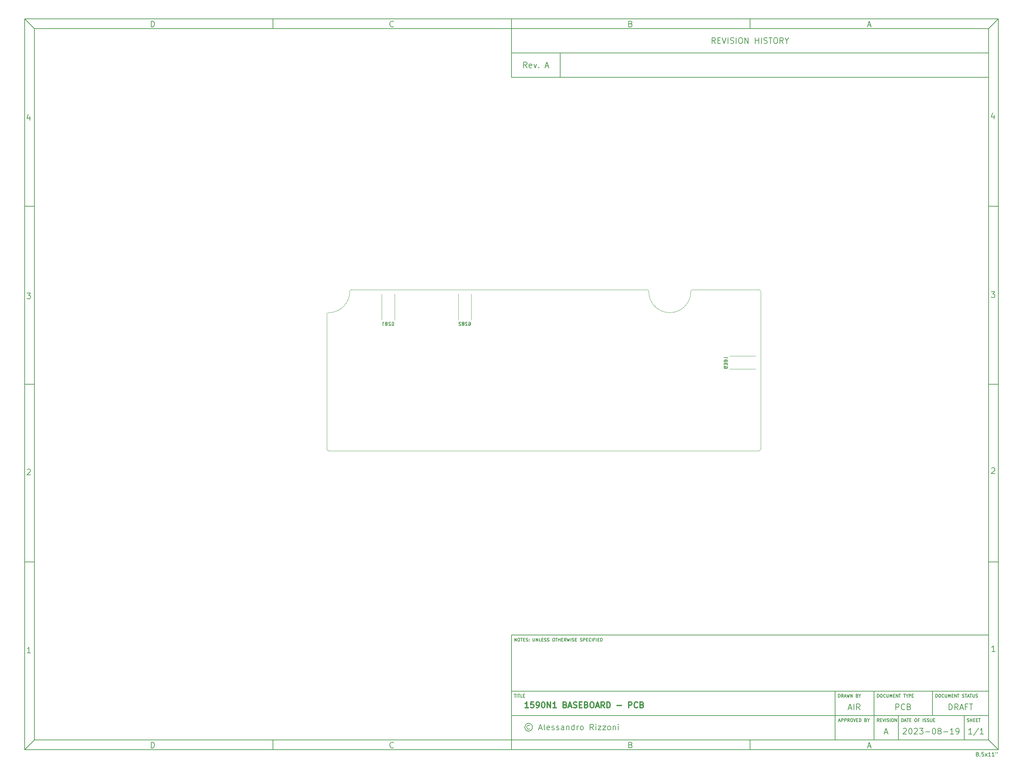
<source format=gbr>
%TF.GenerationSoftware,KiCad,Pcbnew,8.0.3*%
%TF.CreationDate,2024-07-04T15:42:03-04:00*%
%TF.ProjectId,baseboard,62617365-626f-4617-9264-2e6b69636164,A*%
%TF.SameCoordinates,Original*%
%TF.FileFunction,Legend,Bot*%
%TF.FilePolarity,Positive*%
%FSLAX46Y46*%
G04 Gerber Fmt 4.6, Leading zero omitted, Abs format (unit mm)*
G04 Created by KiCad (PCBNEW 8.0.3) date 2024-07-04 15:42:03*
%MOMM*%
%LPD*%
G01*
G04 APERTURE LIST*
%ADD10C,0.100000*%
%ADD11C,0.150000*%
%ADD12C,0.300000*%
%ADD13C,0.153000*%
%TA.AperFunction,Profile*%
%ADD14C,0.050000*%
%TD*%
G04 APERTURE END LIST*
D10*
D11*
X259813572Y-199154128D02*
X258956429Y-199154128D01*
X259385000Y-199154128D02*
X259385000Y-197654128D01*
X259385000Y-197654128D02*
X259242143Y-197868414D01*
X259242143Y-197868414D02*
X259099286Y-198011271D01*
X259099286Y-198011271D02*
X258956429Y-198082700D01*
X261527857Y-197582700D02*
X260242143Y-199511271D01*
X262813572Y-199154128D02*
X261956429Y-199154128D01*
X262385000Y-199154128D02*
X262385000Y-197654128D01*
X262385000Y-197654128D02*
X262242143Y-197868414D01*
X262242143Y-197868414D02*
X262099286Y-198011271D01*
X262099286Y-198011271D02*
X261956429Y-198082700D01*
D10*
D11*
X140409874Y-188759295D02*
X140867017Y-188759295D01*
X140638445Y-189559295D02*
X140638445Y-188759295D01*
X141133684Y-189559295D02*
X141133684Y-188759295D01*
X141400350Y-188759295D02*
X141857493Y-188759295D01*
X141628921Y-189559295D02*
X141628921Y-188759295D01*
X142505112Y-189559295D02*
X142124160Y-189559295D01*
X142124160Y-189559295D02*
X142124160Y-188759295D01*
X142771779Y-189140247D02*
X143038445Y-189140247D01*
X143152731Y-189559295D02*
X142771779Y-189559295D01*
X142771779Y-189559295D02*
X142771779Y-188759295D01*
X142771779Y-188759295D02*
X143152731Y-188759295D01*
D10*
D11*
X235596303Y-195909295D02*
X235329636Y-195528342D01*
X235139160Y-195909295D02*
X235139160Y-195109295D01*
X235139160Y-195109295D02*
X235443922Y-195109295D01*
X235443922Y-195109295D02*
X235520112Y-195147390D01*
X235520112Y-195147390D02*
X235558207Y-195185485D01*
X235558207Y-195185485D02*
X235596303Y-195261676D01*
X235596303Y-195261676D02*
X235596303Y-195375961D01*
X235596303Y-195375961D02*
X235558207Y-195452152D01*
X235558207Y-195452152D02*
X235520112Y-195490247D01*
X235520112Y-195490247D02*
X235443922Y-195528342D01*
X235443922Y-195528342D02*
X235139160Y-195528342D01*
X235939160Y-195490247D02*
X236205826Y-195490247D01*
X236320112Y-195909295D02*
X235939160Y-195909295D01*
X235939160Y-195909295D02*
X235939160Y-195109295D01*
X235939160Y-195109295D02*
X236320112Y-195109295D01*
X236548684Y-195109295D02*
X236815351Y-195909295D01*
X236815351Y-195909295D02*
X237082017Y-195109295D01*
X237348684Y-195909295D02*
X237348684Y-195109295D01*
X237691540Y-195871200D02*
X237805826Y-195909295D01*
X237805826Y-195909295D02*
X237996302Y-195909295D01*
X237996302Y-195909295D02*
X238072493Y-195871200D01*
X238072493Y-195871200D02*
X238110588Y-195833104D01*
X238110588Y-195833104D02*
X238148683Y-195756914D01*
X238148683Y-195756914D02*
X238148683Y-195680723D01*
X238148683Y-195680723D02*
X238110588Y-195604533D01*
X238110588Y-195604533D02*
X238072493Y-195566438D01*
X238072493Y-195566438D02*
X237996302Y-195528342D01*
X237996302Y-195528342D02*
X237843921Y-195490247D01*
X237843921Y-195490247D02*
X237767731Y-195452152D01*
X237767731Y-195452152D02*
X237729636Y-195414057D01*
X237729636Y-195414057D02*
X237691540Y-195337866D01*
X237691540Y-195337866D02*
X237691540Y-195261676D01*
X237691540Y-195261676D02*
X237729636Y-195185485D01*
X237729636Y-195185485D02*
X237767731Y-195147390D01*
X237767731Y-195147390D02*
X237843921Y-195109295D01*
X237843921Y-195109295D02*
X238034398Y-195109295D01*
X238034398Y-195109295D02*
X238148683Y-195147390D01*
X238491541Y-195909295D02*
X238491541Y-195109295D01*
X239024874Y-195109295D02*
X239177255Y-195109295D01*
X239177255Y-195109295D02*
X239253445Y-195147390D01*
X239253445Y-195147390D02*
X239329636Y-195223580D01*
X239329636Y-195223580D02*
X239367731Y-195375961D01*
X239367731Y-195375961D02*
X239367731Y-195642628D01*
X239367731Y-195642628D02*
X239329636Y-195795009D01*
X239329636Y-195795009D02*
X239253445Y-195871200D01*
X239253445Y-195871200D02*
X239177255Y-195909295D01*
X239177255Y-195909295D02*
X239024874Y-195909295D01*
X239024874Y-195909295D02*
X238948683Y-195871200D01*
X238948683Y-195871200D02*
X238872493Y-195795009D01*
X238872493Y-195795009D02*
X238834397Y-195642628D01*
X238834397Y-195642628D02*
X238834397Y-195375961D01*
X238834397Y-195375961D02*
X238872493Y-195223580D01*
X238872493Y-195223580D02*
X238948683Y-195147390D01*
X238948683Y-195147390D02*
X239024874Y-195109295D01*
X239710588Y-195909295D02*
X239710588Y-195109295D01*
X239710588Y-195109295D02*
X240167731Y-195909295D01*
X240167731Y-195909295D02*
X240167731Y-195109295D01*
D10*
D11*
X241489160Y-195909295D02*
X241489160Y-195109295D01*
X241489160Y-195109295D02*
X241679636Y-195109295D01*
X241679636Y-195109295D02*
X241793922Y-195147390D01*
X241793922Y-195147390D02*
X241870112Y-195223580D01*
X241870112Y-195223580D02*
X241908207Y-195299771D01*
X241908207Y-195299771D02*
X241946303Y-195452152D01*
X241946303Y-195452152D02*
X241946303Y-195566438D01*
X241946303Y-195566438D02*
X241908207Y-195718819D01*
X241908207Y-195718819D02*
X241870112Y-195795009D01*
X241870112Y-195795009D02*
X241793922Y-195871200D01*
X241793922Y-195871200D02*
X241679636Y-195909295D01*
X241679636Y-195909295D02*
X241489160Y-195909295D01*
X242251064Y-195680723D02*
X242632017Y-195680723D01*
X242174874Y-195909295D02*
X242441541Y-195109295D01*
X242441541Y-195109295D02*
X242708207Y-195909295D01*
X242860588Y-195109295D02*
X243317731Y-195109295D01*
X243089159Y-195909295D02*
X243089159Y-195109295D01*
X243584398Y-195490247D02*
X243851064Y-195490247D01*
X243965350Y-195909295D02*
X243584398Y-195909295D01*
X243584398Y-195909295D02*
X243584398Y-195109295D01*
X243584398Y-195109295D02*
X243965350Y-195109295D01*
X245070113Y-195109295D02*
X245222494Y-195109295D01*
X245222494Y-195109295D02*
X245298684Y-195147390D01*
X245298684Y-195147390D02*
X245374875Y-195223580D01*
X245374875Y-195223580D02*
X245412970Y-195375961D01*
X245412970Y-195375961D02*
X245412970Y-195642628D01*
X245412970Y-195642628D02*
X245374875Y-195795009D01*
X245374875Y-195795009D02*
X245298684Y-195871200D01*
X245298684Y-195871200D02*
X245222494Y-195909295D01*
X245222494Y-195909295D02*
X245070113Y-195909295D01*
X245070113Y-195909295D02*
X244993922Y-195871200D01*
X244993922Y-195871200D02*
X244917732Y-195795009D01*
X244917732Y-195795009D02*
X244879636Y-195642628D01*
X244879636Y-195642628D02*
X244879636Y-195375961D01*
X244879636Y-195375961D02*
X244917732Y-195223580D01*
X244917732Y-195223580D02*
X244993922Y-195147390D01*
X244993922Y-195147390D02*
X245070113Y-195109295D01*
X246022493Y-195490247D02*
X245755827Y-195490247D01*
X245755827Y-195909295D02*
X245755827Y-195109295D01*
X245755827Y-195109295D02*
X246136779Y-195109295D01*
X247051065Y-195909295D02*
X247051065Y-195109295D01*
X247393921Y-195871200D02*
X247508207Y-195909295D01*
X247508207Y-195909295D02*
X247698683Y-195909295D01*
X247698683Y-195909295D02*
X247774874Y-195871200D01*
X247774874Y-195871200D02*
X247812969Y-195833104D01*
X247812969Y-195833104D02*
X247851064Y-195756914D01*
X247851064Y-195756914D02*
X247851064Y-195680723D01*
X247851064Y-195680723D02*
X247812969Y-195604533D01*
X247812969Y-195604533D02*
X247774874Y-195566438D01*
X247774874Y-195566438D02*
X247698683Y-195528342D01*
X247698683Y-195528342D02*
X247546302Y-195490247D01*
X247546302Y-195490247D02*
X247470112Y-195452152D01*
X247470112Y-195452152D02*
X247432017Y-195414057D01*
X247432017Y-195414057D02*
X247393921Y-195337866D01*
X247393921Y-195337866D02*
X247393921Y-195261676D01*
X247393921Y-195261676D02*
X247432017Y-195185485D01*
X247432017Y-195185485D02*
X247470112Y-195147390D01*
X247470112Y-195147390D02*
X247546302Y-195109295D01*
X247546302Y-195109295D02*
X247736779Y-195109295D01*
X247736779Y-195109295D02*
X247851064Y-195147390D01*
X248155826Y-195871200D02*
X248270112Y-195909295D01*
X248270112Y-195909295D02*
X248460588Y-195909295D01*
X248460588Y-195909295D02*
X248536779Y-195871200D01*
X248536779Y-195871200D02*
X248574874Y-195833104D01*
X248574874Y-195833104D02*
X248612969Y-195756914D01*
X248612969Y-195756914D02*
X248612969Y-195680723D01*
X248612969Y-195680723D02*
X248574874Y-195604533D01*
X248574874Y-195604533D02*
X248536779Y-195566438D01*
X248536779Y-195566438D02*
X248460588Y-195528342D01*
X248460588Y-195528342D02*
X248308207Y-195490247D01*
X248308207Y-195490247D02*
X248232017Y-195452152D01*
X248232017Y-195452152D02*
X248193922Y-195414057D01*
X248193922Y-195414057D02*
X248155826Y-195337866D01*
X248155826Y-195337866D02*
X248155826Y-195261676D01*
X248155826Y-195261676D02*
X248193922Y-195185485D01*
X248193922Y-195185485D02*
X248232017Y-195147390D01*
X248232017Y-195147390D02*
X248308207Y-195109295D01*
X248308207Y-195109295D02*
X248498684Y-195109295D01*
X248498684Y-195109295D02*
X248612969Y-195147390D01*
X248955827Y-195109295D02*
X248955827Y-195756914D01*
X248955827Y-195756914D02*
X248993922Y-195833104D01*
X248993922Y-195833104D02*
X249032017Y-195871200D01*
X249032017Y-195871200D02*
X249108208Y-195909295D01*
X249108208Y-195909295D02*
X249260589Y-195909295D01*
X249260589Y-195909295D02*
X249336779Y-195871200D01*
X249336779Y-195871200D02*
X249374874Y-195833104D01*
X249374874Y-195833104D02*
X249412970Y-195756914D01*
X249412970Y-195756914D02*
X249412970Y-195109295D01*
X249793922Y-195490247D02*
X250060588Y-195490247D01*
X250174874Y-195909295D02*
X249793922Y-195909295D01*
X249793922Y-195909295D02*
X249793922Y-195109295D01*
X249793922Y-195109295D02*
X250174874Y-195109295D01*
D10*
D11*
X258596064Y-195871200D02*
X258710350Y-195909295D01*
X258710350Y-195909295D02*
X258900826Y-195909295D01*
X258900826Y-195909295D02*
X258977017Y-195871200D01*
X258977017Y-195871200D02*
X259015112Y-195833104D01*
X259015112Y-195833104D02*
X259053207Y-195756914D01*
X259053207Y-195756914D02*
X259053207Y-195680723D01*
X259053207Y-195680723D02*
X259015112Y-195604533D01*
X259015112Y-195604533D02*
X258977017Y-195566438D01*
X258977017Y-195566438D02*
X258900826Y-195528342D01*
X258900826Y-195528342D02*
X258748445Y-195490247D01*
X258748445Y-195490247D02*
X258672255Y-195452152D01*
X258672255Y-195452152D02*
X258634160Y-195414057D01*
X258634160Y-195414057D02*
X258596064Y-195337866D01*
X258596064Y-195337866D02*
X258596064Y-195261676D01*
X258596064Y-195261676D02*
X258634160Y-195185485D01*
X258634160Y-195185485D02*
X258672255Y-195147390D01*
X258672255Y-195147390D02*
X258748445Y-195109295D01*
X258748445Y-195109295D02*
X258938922Y-195109295D01*
X258938922Y-195109295D02*
X259053207Y-195147390D01*
X259396065Y-195909295D02*
X259396065Y-195109295D01*
X259396065Y-195490247D02*
X259853208Y-195490247D01*
X259853208Y-195909295D02*
X259853208Y-195109295D01*
X260234160Y-195490247D02*
X260500826Y-195490247D01*
X260615112Y-195909295D02*
X260234160Y-195909295D01*
X260234160Y-195909295D02*
X260234160Y-195109295D01*
X260234160Y-195109295D02*
X260615112Y-195109295D01*
X260957970Y-195490247D02*
X261224636Y-195490247D01*
X261338922Y-195909295D02*
X260957970Y-195909295D01*
X260957970Y-195909295D02*
X260957970Y-195109295D01*
X260957970Y-195109295D02*
X261338922Y-195109295D01*
X261567494Y-195109295D02*
X262024637Y-195109295D01*
X261796065Y-195909295D02*
X261796065Y-195109295D01*
D10*
D11*
X239942142Y-192804128D02*
X239942142Y-191304128D01*
X239942142Y-191304128D02*
X240513571Y-191304128D01*
X240513571Y-191304128D02*
X240656428Y-191375557D01*
X240656428Y-191375557D02*
X240727857Y-191446985D01*
X240727857Y-191446985D02*
X240799285Y-191589842D01*
X240799285Y-191589842D02*
X240799285Y-191804128D01*
X240799285Y-191804128D02*
X240727857Y-191946985D01*
X240727857Y-191946985D02*
X240656428Y-192018414D01*
X240656428Y-192018414D02*
X240513571Y-192089842D01*
X240513571Y-192089842D02*
X239942142Y-192089842D01*
X242299285Y-192661271D02*
X242227857Y-192732700D01*
X242227857Y-192732700D02*
X242013571Y-192804128D01*
X242013571Y-192804128D02*
X241870714Y-192804128D01*
X241870714Y-192804128D02*
X241656428Y-192732700D01*
X241656428Y-192732700D02*
X241513571Y-192589842D01*
X241513571Y-192589842D02*
X241442142Y-192446985D01*
X241442142Y-192446985D02*
X241370714Y-192161271D01*
X241370714Y-192161271D02*
X241370714Y-191946985D01*
X241370714Y-191946985D02*
X241442142Y-191661271D01*
X241442142Y-191661271D02*
X241513571Y-191518414D01*
X241513571Y-191518414D02*
X241656428Y-191375557D01*
X241656428Y-191375557D02*
X241870714Y-191304128D01*
X241870714Y-191304128D02*
X242013571Y-191304128D01*
X242013571Y-191304128D02*
X242227857Y-191375557D01*
X242227857Y-191375557D02*
X242299285Y-191446985D01*
X243442142Y-192018414D02*
X243656428Y-192089842D01*
X243656428Y-192089842D02*
X243727857Y-192161271D01*
X243727857Y-192161271D02*
X243799285Y-192304128D01*
X243799285Y-192304128D02*
X243799285Y-192518414D01*
X243799285Y-192518414D02*
X243727857Y-192661271D01*
X243727857Y-192661271D02*
X243656428Y-192732700D01*
X243656428Y-192732700D02*
X243513571Y-192804128D01*
X243513571Y-192804128D02*
X242942142Y-192804128D01*
X242942142Y-192804128D02*
X242942142Y-191304128D01*
X242942142Y-191304128D02*
X243442142Y-191304128D01*
X243442142Y-191304128D02*
X243585000Y-191375557D01*
X243585000Y-191375557D02*
X243656428Y-191446985D01*
X243656428Y-191446985D02*
X243727857Y-191589842D01*
X243727857Y-191589842D02*
X243727857Y-191732700D01*
X243727857Y-191732700D02*
X243656428Y-191875557D01*
X243656428Y-191875557D02*
X243585000Y-191946985D01*
X243585000Y-191946985D02*
X243442142Y-192018414D01*
X243442142Y-192018414D02*
X242942142Y-192018414D01*
D10*
D11*
X225068064Y-195680723D02*
X225449017Y-195680723D01*
X224991874Y-195909295D02*
X225258541Y-195109295D01*
X225258541Y-195109295D02*
X225525207Y-195909295D01*
X225791874Y-195909295D02*
X225791874Y-195109295D01*
X225791874Y-195109295D02*
X226096636Y-195109295D01*
X226096636Y-195109295D02*
X226172826Y-195147390D01*
X226172826Y-195147390D02*
X226210921Y-195185485D01*
X226210921Y-195185485D02*
X226249017Y-195261676D01*
X226249017Y-195261676D02*
X226249017Y-195375961D01*
X226249017Y-195375961D02*
X226210921Y-195452152D01*
X226210921Y-195452152D02*
X226172826Y-195490247D01*
X226172826Y-195490247D02*
X226096636Y-195528342D01*
X226096636Y-195528342D02*
X225791874Y-195528342D01*
X226591874Y-195909295D02*
X226591874Y-195109295D01*
X226591874Y-195109295D02*
X226896636Y-195109295D01*
X226896636Y-195109295D02*
X226972826Y-195147390D01*
X226972826Y-195147390D02*
X227010921Y-195185485D01*
X227010921Y-195185485D02*
X227049017Y-195261676D01*
X227049017Y-195261676D02*
X227049017Y-195375961D01*
X227049017Y-195375961D02*
X227010921Y-195452152D01*
X227010921Y-195452152D02*
X226972826Y-195490247D01*
X226972826Y-195490247D02*
X226896636Y-195528342D01*
X226896636Y-195528342D02*
X226591874Y-195528342D01*
X227849017Y-195909295D02*
X227582350Y-195528342D01*
X227391874Y-195909295D02*
X227391874Y-195109295D01*
X227391874Y-195109295D02*
X227696636Y-195109295D01*
X227696636Y-195109295D02*
X227772826Y-195147390D01*
X227772826Y-195147390D02*
X227810921Y-195185485D01*
X227810921Y-195185485D02*
X227849017Y-195261676D01*
X227849017Y-195261676D02*
X227849017Y-195375961D01*
X227849017Y-195375961D02*
X227810921Y-195452152D01*
X227810921Y-195452152D02*
X227772826Y-195490247D01*
X227772826Y-195490247D02*
X227696636Y-195528342D01*
X227696636Y-195528342D02*
X227391874Y-195528342D01*
X228344255Y-195109295D02*
X228496636Y-195109295D01*
X228496636Y-195109295D02*
X228572826Y-195147390D01*
X228572826Y-195147390D02*
X228649017Y-195223580D01*
X228649017Y-195223580D02*
X228687112Y-195375961D01*
X228687112Y-195375961D02*
X228687112Y-195642628D01*
X228687112Y-195642628D02*
X228649017Y-195795009D01*
X228649017Y-195795009D02*
X228572826Y-195871200D01*
X228572826Y-195871200D02*
X228496636Y-195909295D01*
X228496636Y-195909295D02*
X228344255Y-195909295D01*
X228344255Y-195909295D02*
X228268064Y-195871200D01*
X228268064Y-195871200D02*
X228191874Y-195795009D01*
X228191874Y-195795009D02*
X228153778Y-195642628D01*
X228153778Y-195642628D02*
X228153778Y-195375961D01*
X228153778Y-195375961D02*
X228191874Y-195223580D01*
X228191874Y-195223580D02*
X228268064Y-195147390D01*
X228268064Y-195147390D02*
X228344255Y-195109295D01*
X228915683Y-195109295D02*
X229182350Y-195909295D01*
X229182350Y-195909295D02*
X229449016Y-195109295D01*
X229715683Y-195490247D02*
X229982349Y-195490247D01*
X230096635Y-195909295D02*
X229715683Y-195909295D01*
X229715683Y-195909295D02*
X229715683Y-195109295D01*
X229715683Y-195109295D02*
X230096635Y-195109295D01*
X230439493Y-195909295D02*
X230439493Y-195109295D01*
X230439493Y-195109295D02*
X230629969Y-195109295D01*
X230629969Y-195109295D02*
X230744255Y-195147390D01*
X230744255Y-195147390D02*
X230820445Y-195223580D01*
X230820445Y-195223580D02*
X230858540Y-195299771D01*
X230858540Y-195299771D02*
X230896636Y-195452152D01*
X230896636Y-195452152D02*
X230896636Y-195566438D01*
X230896636Y-195566438D02*
X230858540Y-195718819D01*
X230858540Y-195718819D02*
X230820445Y-195795009D01*
X230820445Y-195795009D02*
X230744255Y-195871200D01*
X230744255Y-195871200D02*
X230629969Y-195909295D01*
X230629969Y-195909295D02*
X230439493Y-195909295D01*
X232115683Y-195490247D02*
X232229969Y-195528342D01*
X232229969Y-195528342D02*
X232268064Y-195566438D01*
X232268064Y-195566438D02*
X232306160Y-195642628D01*
X232306160Y-195642628D02*
X232306160Y-195756914D01*
X232306160Y-195756914D02*
X232268064Y-195833104D01*
X232268064Y-195833104D02*
X232229969Y-195871200D01*
X232229969Y-195871200D02*
X232153779Y-195909295D01*
X232153779Y-195909295D02*
X231849017Y-195909295D01*
X231849017Y-195909295D02*
X231849017Y-195109295D01*
X231849017Y-195109295D02*
X232115683Y-195109295D01*
X232115683Y-195109295D02*
X232191874Y-195147390D01*
X232191874Y-195147390D02*
X232229969Y-195185485D01*
X232229969Y-195185485D02*
X232268064Y-195261676D01*
X232268064Y-195261676D02*
X232268064Y-195337866D01*
X232268064Y-195337866D02*
X232229969Y-195414057D01*
X232229969Y-195414057D02*
X232191874Y-195452152D01*
X232191874Y-195452152D02*
X232115683Y-195490247D01*
X232115683Y-195490247D02*
X231849017Y-195490247D01*
X232801398Y-195528342D02*
X232801398Y-195909295D01*
X232534731Y-195109295D02*
X232801398Y-195528342D01*
X232801398Y-195528342D02*
X233068064Y-195109295D01*
D10*
D11*
X144445112Y-196918271D02*
X144302255Y-196846842D01*
X144302255Y-196846842D02*
X144016541Y-196846842D01*
X144016541Y-196846842D02*
X143873684Y-196918271D01*
X143873684Y-196918271D02*
X143730826Y-197061128D01*
X143730826Y-197061128D02*
X143659398Y-197203985D01*
X143659398Y-197203985D02*
X143659398Y-197489700D01*
X143659398Y-197489700D02*
X143730826Y-197632557D01*
X143730826Y-197632557D02*
X143873684Y-197775414D01*
X143873684Y-197775414D02*
X144016541Y-197846842D01*
X144016541Y-197846842D02*
X144302255Y-197846842D01*
X144302255Y-197846842D02*
X144445112Y-197775414D01*
X144159398Y-196346842D02*
X143802255Y-196418271D01*
X143802255Y-196418271D02*
X143445112Y-196632557D01*
X143445112Y-196632557D02*
X143230826Y-196989700D01*
X143230826Y-196989700D02*
X143159398Y-197346842D01*
X143159398Y-197346842D02*
X143230826Y-197703985D01*
X143230826Y-197703985D02*
X143445112Y-198061128D01*
X143445112Y-198061128D02*
X143802255Y-198275414D01*
X143802255Y-198275414D02*
X144159398Y-198346842D01*
X144159398Y-198346842D02*
X144516541Y-198275414D01*
X144516541Y-198275414D02*
X144873684Y-198061128D01*
X144873684Y-198061128D02*
X145087969Y-197703985D01*
X145087969Y-197703985D02*
X145159398Y-197346842D01*
X145159398Y-197346842D02*
X145087969Y-196989700D01*
X145087969Y-196989700D02*
X144873684Y-196632557D01*
X144873684Y-196632557D02*
X144516541Y-196418271D01*
X144516541Y-196418271D02*
X144159398Y-196346842D01*
X146873684Y-197632557D02*
X147587970Y-197632557D01*
X146730827Y-198061128D02*
X147230827Y-196561128D01*
X147230827Y-196561128D02*
X147730827Y-198061128D01*
X148445112Y-198061128D02*
X148302255Y-197989700D01*
X148302255Y-197989700D02*
X148230826Y-197846842D01*
X148230826Y-197846842D02*
X148230826Y-196561128D01*
X149587969Y-197989700D02*
X149445112Y-198061128D01*
X149445112Y-198061128D02*
X149159398Y-198061128D01*
X149159398Y-198061128D02*
X149016540Y-197989700D01*
X149016540Y-197989700D02*
X148945112Y-197846842D01*
X148945112Y-197846842D02*
X148945112Y-197275414D01*
X148945112Y-197275414D02*
X149016540Y-197132557D01*
X149016540Y-197132557D02*
X149159398Y-197061128D01*
X149159398Y-197061128D02*
X149445112Y-197061128D01*
X149445112Y-197061128D02*
X149587969Y-197132557D01*
X149587969Y-197132557D02*
X149659398Y-197275414D01*
X149659398Y-197275414D02*
X149659398Y-197418271D01*
X149659398Y-197418271D02*
X148945112Y-197561128D01*
X150230826Y-197989700D02*
X150373683Y-198061128D01*
X150373683Y-198061128D02*
X150659397Y-198061128D01*
X150659397Y-198061128D02*
X150802254Y-197989700D01*
X150802254Y-197989700D02*
X150873683Y-197846842D01*
X150873683Y-197846842D02*
X150873683Y-197775414D01*
X150873683Y-197775414D02*
X150802254Y-197632557D01*
X150802254Y-197632557D02*
X150659397Y-197561128D01*
X150659397Y-197561128D02*
X150445112Y-197561128D01*
X150445112Y-197561128D02*
X150302254Y-197489700D01*
X150302254Y-197489700D02*
X150230826Y-197346842D01*
X150230826Y-197346842D02*
X150230826Y-197275414D01*
X150230826Y-197275414D02*
X150302254Y-197132557D01*
X150302254Y-197132557D02*
X150445112Y-197061128D01*
X150445112Y-197061128D02*
X150659397Y-197061128D01*
X150659397Y-197061128D02*
X150802254Y-197132557D01*
X151445112Y-197989700D02*
X151587969Y-198061128D01*
X151587969Y-198061128D02*
X151873683Y-198061128D01*
X151873683Y-198061128D02*
X152016540Y-197989700D01*
X152016540Y-197989700D02*
X152087969Y-197846842D01*
X152087969Y-197846842D02*
X152087969Y-197775414D01*
X152087969Y-197775414D02*
X152016540Y-197632557D01*
X152016540Y-197632557D02*
X151873683Y-197561128D01*
X151873683Y-197561128D02*
X151659398Y-197561128D01*
X151659398Y-197561128D02*
X151516540Y-197489700D01*
X151516540Y-197489700D02*
X151445112Y-197346842D01*
X151445112Y-197346842D02*
X151445112Y-197275414D01*
X151445112Y-197275414D02*
X151516540Y-197132557D01*
X151516540Y-197132557D02*
X151659398Y-197061128D01*
X151659398Y-197061128D02*
X151873683Y-197061128D01*
X151873683Y-197061128D02*
X152016540Y-197132557D01*
X153373684Y-198061128D02*
X153373684Y-197275414D01*
X153373684Y-197275414D02*
X153302255Y-197132557D01*
X153302255Y-197132557D02*
X153159398Y-197061128D01*
X153159398Y-197061128D02*
X152873684Y-197061128D01*
X152873684Y-197061128D02*
X152730826Y-197132557D01*
X153373684Y-197989700D02*
X153230826Y-198061128D01*
X153230826Y-198061128D02*
X152873684Y-198061128D01*
X152873684Y-198061128D02*
X152730826Y-197989700D01*
X152730826Y-197989700D02*
X152659398Y-197846842D01*
X152659398Y-197846842D02*
X152659398Y-197703985D01*
X152659398Y-197703985D02*
X152730826Y-197561128D01*
X152730826Y-197561128D02*
X152873684Y-197489700D01*
X152873684Y-197489700D02*
X153230826Y-197489700D01*
X153230826Y-197489700D02*
X153373684Y-197418271D01*
X154087969Y-197061128D02*
X154087969Y-198061128D01*
X154087969Y-197203985D02*
X154159398Y-197132557D01*
X154159398Y-197132557D02*
X154302255Y-197061128D01*
X154302255Y-197061128D02*
X154516541Y-197061128D01*
X154516541Y-197061128D02*
X154659398Y-197132557D01*
X154659398Y-197132557D02*
X154730827Y-197275414D01*
X154730827Y-197275414D02*
X154730827Y-198061128D01*
X156087970Y-198061128D02*
X156087970Y-196561128D01*
X156087970Y-197989700D02*
X155945112Y-198061128D01*
X155945112Y-198061128D02*
X155659398Y-198061128D01*
X155659398Y-198061128D02*
X155516541Y-197989700D01*
X155516541Y-197989700D02*
X155445112Y-197918271D01*
X155445112Y-197918271D02*
X155373684Y-197775414D01*
X155373684Y-197775414D02*
X155373684Y-197346842D01*
X155373684Y-197346842D02*
X155445112Y-197203985D01*
X155445112Y-197203985D02*
X155516541Y-197132557D01*
X155516541Y-197132557D02*
X155659398Y-197061128D01*
X155659398Y-197061128D02*
X155945112Y-197061128D01*
X155945112Y-197061128D02*
X156087970Y-197132557D01*
X156802255Y-198061128D02*
X156802255Y-197061128D01*
X156802255Y-197346842D02*
X156873684Y-197203985D01*
X156873684Y-197203985D02*
X156945113Y-197132557D01*
X156945113Y-197132557D02*
X157087970Y-197061128D01*
X157087970Y-197061128D02*
X157230827Y-197061128D01*
X157945112Y-198061128D02*
X157802255Y-197989700D01*
X157802255Y-197989700D02*
X157730826Y-197918271D01*
X157730826Y-197918271D02*
X157659398Y-197775414D01*
X157659398Y-197775414D02*
X157659398Y-197346842D01*
X157659398Y-197346842D02*
X157730826Y-197203985D01*
X157730826Y-197203985D02*
X157802255Y-197132557D01*
X157802255Y-197132557D02*
X157945112Y-197061128D01*
X157945112Y-197061128D02*
X158159398Y-197061128D01*
X158159398Y-197061128D02*
X158302255Y-197132557D01*
X158302255Y-197132557D02*
X158373684Y-197203985D01*
X158373684Y-197203985D02*
X158445112Y-197346842D01*
X158445112Y-197346842D02*
X158445112Y-197775414D01*
X158445112Y-197775414D02*
X158373684Y-197918271D01*
X158373684Y-197918271D02*
X158302255Y-197989700D01*
X158302255Y-197989700D02*
X158159398Y-198061128D01*
X158159398Y-198061128D02*
X157945112Y-198061128D01*
X161087969Y-198061128D02*
X160587969Y-197346842D01*
X160230826Y-198061128D02*
X160230826Y-196561128D01*
X160230826Y-196561128D02*
X160802255Y-196561128D01*
X160802255Y-196561128D02*
X160945112Y-196632557D01*
X160945112Y-196632557D02*
X161016541Y-196703985D01*
X161016541Y-196703985D02*
X161087969Y-196846842D01*
X161087969Y-196846842D02*
X161087969Y-197061128D01*
X161087969Y-197061128D02*
X161016541Y-197203985D01*
X161016541Y-197203985D02*
X160945112Y-197275414D01*
X160945112Y-197275414D02*
X160802255Y-197346842D01*
X160802255Y-197346842D02*
X160230826Y-197346842D01*
X161730826Y-198061128D02*
X161730826Y-197061128D01*
X161730826Y-196561128D02*
X161659398Y-196632557D01*
X161659398Y-196632557D02*
X161730826Y-196703985D01*
X161730826Y-196703985D02*
X161802255Y-196632557D01*
X161802255Y-196632557D02*
X161730826Y-196561128D01*
X161730826Y-196561128D02*
X161730826Y-196703985D01*
X162302255Y-197061128D02*
X163087970Y-197061128D01*
X163087970Y-197061128D02*
X162302255Y-198061128D01*
X162302255Y-198061128D02*
X163087970Y-198061128D01*
X163516541Y-197061128D02*
X164302256Y-197061128D01*
X164302256Y-197061128D02*
X163516541Y-198061128D01*
X163516541Y-198061128D02*
X164302256Y-198061128D01*
X165087970Y-198061128D02*
X164945113Y-197989700D01*
X164945113Y-197989700D02*
X164873684Y-197918271D01*
X164873684Y-197918271D02*
X164802256Y-197775414D01*
X164802256Y-197775414D02*
X164802256Y-197346842D01*
X164802256Y-197346842D02*
X164873684Y-197203985D01*
X164873684Y-197203985D02*
X164945113Y-197132557D01*
X164945113Y-197132557D02*
X165087970Y-197061128D01*
X165087970Y-197061128D02*
X165302256Y-197061128D01*
X165302256Y-197061128D02*
X165445113Y-197132557D01*
X165445113Y-197132557D02*
X165516542Y-197203985D01*
X165516542Y-197203985D02*
X165587970Y-197346842D01*
X165587970Y-197346842D02*
X165587970Y-197775414D01*
X165587970Y-197775414D02*
X165516542Y-197918271D01*
X165516542Y-197918271D02*
X165445113Y-197989700D01*
X165445113Y-197989700D02*
X165302256Y-198061128D01*
X165302256Y-198061128D02*
X165087970Y-198061128D01*
X166230827Y-197061128D02*
X166230827Y-198061128D01*
X166230827Y-197203985D02*
X166302256Y-197132557D01*
X166302256Y-197132557D02*
X166445113Y-197061128D01*
X166445113Y-197061128D02*
X166659399Y-197061128D01*
X166659399Y-197061128D02*
X166802256Y-197132557D01*
X166802256Y-197132557D02*
X166873685Y-197275414D01*
X166873685Y-197275414D02*
X166873685Y-198061128D01*
X167587970Y-198061128D02*
X167587970Y-197061128D01*
X167587970Y-196561128D02*
X167516542Y-196632557D01*
X167516542Y-196632557D02*
X167587970Y-196703985D01*
X167587970Y-196703985D02*
X167659399Y-196632557D01*
X167659399Y-196632557D02*
X167587970Y-196561128D01*
X167587970Y-196561128D02*
X167587970Y-196703985D01*
D10*
D11*
X227670714Y-192375557D02*
X228385000Y-192375557D01*
X227527857Y-192804128D02*
X228027857Y-191304128D01*
X228027857Y-191304128D02*
X228527857Y-192804128D01*
X229027856Y-192804128D02*
X229027856Y-191304128D01*
X230599285Y-192804128D02*
X230099285Y-192089842D01*
X229742142Y-192804128D02*
X229742142Y-191304128D01*
X229742142Y-191304128D02*
X230313571Y-191304128D01*
X230313571Y-191304128D02*
X230456428Y-191375557D01*
X230456428Y-191375557D02*
X230527857Y-191446985D01*
X230527857Y-191446985D02*
X230599285Y-191589842D01*
X230599285Y-191589842D02*
X230599285Y-191804128D01*
X230599285Y-191804128D02*
X230527857Y-191946985D01*
X230527857Y-191946985D02*
X230456428Y-192018414D01*
X230456428Y-192018414D02*
X230313571Y-192089842D01*
X230313571Y-192089842D02*
X229742142Y-192089842D01*
D10*
D11*
X250379160Y-189559295D02*
X250379160Y-188759295D01*
X250379160Y-188759295D02*
X250569636Y-188759295D01*
X250569636Y-188759295D02*
X250683922Y-188797390D01*
X250683922Y-188797390D02*
X250760112Y-188873580D01*
X250760112Y-188873580D02*
X250798207Y-188949771D01*
X250798207Y-188949771D02*
X250836303Y-189102152D01*
X250836303Y-189102152D02*
X250836303Y-189216438D01*
X250836303Y-189216438D02*
X250798207Y-189368819D01*
X250798207Y-189368819D02*
X250760112Y-189445009D01*
X250760112Y-189445009D02*
X250683922Y-189521200D01*
X250683922Y-189521200D02*
X250569636Y-189559295D01*
X250569636Y-189559295D02*
X250379160Y-189559295D01*
X251331541Y-188759295D02*
X251483922Y-188759295D01*
X251483922Y-188759295D02*
X251560112Y-188797390D01*
X251560112Y-188797390D02*
X251636303Y-188873580D01*
X251636303Y-188873580D02*
X251674398Y-189025961D01*
X251674398Y-189025961D02*
X251674398Y-189292628D01*
X251674398Y-189292628D02*
X251636303Y-189445009D01*
X251636303Y-189445009D02*
X251560112Y-189521200D01*
X251560112Y-189521200D02*
X251483922Y-189559295D01*
X251483922Y-189559295D02*
X251331541Y-189559295D01*
X251331541Y-189559295D02*
X251255350Y-189521200D01*
X251255350Y-189521200D02*
X251179160Y-189445009D01*
X251179160Y-189445009D02*
X251141064Y-189292628D01*
X251141064Y-189292628D02*
X251141064Y-189025961D01*
X251141064Y-189025961D02*
X251179160Y-188873580D01*
X251179160Y-188873580D02*
X251255350Y-188797390D01*
X251255350Y-188797390D02*
X251331541Y-188759295D01*
X252474398Y-189483104D02*
X252436302Y-189521200D01*
X252436302Y-189521200D02*
X252322017Y-189559295D01*
X252322017Y-189559295D02*
X252245826Y-189559295D01*
X252245826Y-189559295D02*
X252131540Y-189521200D01*
X252131540Y-189521200D02*
X252055350Y-189445009D01*
X252055350Y-189445009D02*
X252017255Y-189368819D01*
X252017255Y-189368819D02*
X251979159Y-189216438D01*
X251979159Y-189216438D02*
X251979159Y-189102152D01*
X251979159Y-189102152D02*
X252017255Y-188949771D01*
X252017255Y-188949771D02*
X252055350Y-188873580D01*
X252055350Y-188873580D02*
X252131540Y-188797390D01*
X252131540Y-188797390D02*
X252245826Y-188759295D01*
X252245826Y-188759295D02*
X252322017Y-188759295D01*
X252322017Y-188759295D02*
X252436302Y-188797390D01*
X252436302Y-188797390D02*
X252474398Y-188835485D01*
X252817255Y-188759295D02*
X252817255Y-189406914D01*
X252817255Y-189406914D02*
X252855350Y-189483104D01*
X252855350Y-189483104D02*
X252893445Y-189521200D01*
X252893445Y-189521200D02*
X252969636Y-189559295D01*
X252969636Y-189559295D02*
X253122017Y-189559295D01*
X253122017Y-189559295D02*
X253198207Y-189521200D01*
X253198207Y-189521200D02*
X253236302Y-189483104D01*
X253236302Y-189483104D02*
X253274398Y-189406914D01*
X253274398Y-189406914D02*
X253274398Y-188759295D01*
X253655350Y-189559295D02*
X253655350Y-188759295D01*
X253655350Y-188759295D02*
X253922016Y-189330723D01*
X253922016Y-189330723D02*
X254188683Y-188759295D01*
X254188683Y-188759295D02*
X254188683Y-189559295D01*
X254569636Y-189140247D02*
X254836302Y-189140247D01*
X254950588Y-189559295D02*
X254569636Y-189559295D01*
X254569636Y-189559295D02*
X254569636Y-188759295D01*
X254569636Y-188759295D02*
X254950588Y-188759295D01*
X255293446Y-189559295D02*
X255293446Y-188759295D01*
X255293446Y-188759295D02*
X255750589Y-189559295D01*
X255750589Y-189559295D02*
X255750589Y-188759295D01*
X256017255Y-188759295D02*
X256474398Y-188759295D01*
X256245826Y-189559295D02*
X256245826Y-188759295D01*
X257312493Y-189521200D02*
X257426779Y-189559295D01*
X257426779Y-189559295D02*
X257617255Y-189559295D01*
X257617255Y-189559295D02*
X257693446Y-189521200D01*
X257693446Y-189521200D02*
X257731541Y-189483104D01*
X257731541Y-189483104D02*
X257769636Y-189406914D01*
X257769636Y-189406914D02*
X257769636Y-189330723D01*
X257769636Y-189330723D02*
X257731541Y-189254533D01*
X257731541Y-189254533D02*
X257693446Y-189216438D01*
X257693446Y-189216438D02*
X257617255Y-189178342D01*
X257617255Y-189178342D02*
X257464874Y-189140247D01*
X257464874Y-189140247D02*
X257388684Y-189102152D01*
X257388684Y-189102152D02*
X257350589Y-189064057D01*
X257350589Y-189064057D02*
X257312493Y-188987866D01*
X257312493Y-188987866D02*
X257312493Y-188911676D01*
X257312493Y-188911676D02*
X257350589Y-188835485D01*
X257350589Y-188835485D02*
X257388684Y-188797390D01*
X257388684Y-188797390D02*
X257464874Y-188759295D01*
X257464874Y-188759295D02*
X257655351Y-188759295D01*
X257655351Y-188759295D02*
X257769636Y-188797390D01*
X257998208Y-188759295D02*
X258455351Y-188759295D01*
X258226779Y-189559295D02*
X258226779Y-188759295D01*
X258683922Y-189330723D02*
X259064875Y-189330723D01*
X258607732Y-189559295D02*
X258874399Y-188759295D01*
X258874399Y-188759295D02*
X259141065Y-189559295D01*
X259293446Y-188759295D02*
X259750589Y-188759295D01*
X259522017Y-189559295D02*
X259522017Y-188759295D01*
X260017256Y-188759295D02*
X260017256Y-189406914D01*
X260017256Y-189406914D02*
X260055351Y-189483104D01*
X260055351Y-189483104D02*
X260093446Y-189521200D01*
X260093446Y-189521200D02*
X260169637Y-189559295D01*
X260169637Y-189559295D02*
X260322018Y-189559295D01*
X260322018Y-189559295D02*
X260398208Y-189521200D01*
X260398208Y-189521200D02*
X260436303Y-189483104D01*
X260436303Y-189483104D02*
X260474399Y-189406914D01*
X260474399Y-189406914D02*
X260474399Y-188759295D01*
X260817255Y-189521200D02*
X260931541Y-189559295D01*
X260931541Y-189559295D02*
X261122017Y-189559295D01*
X261122017Y-189559295D02*
X261198208Y-189521200D01*
X261198208Y-189521200D02*
X261236303Y-189483104D01*
X261236303Y-189483104D02*
X261274398Y-189406914D01*
X261274398Y-189406914D02*
X261274398Y-189330723D01*
X261274398Y-189330723D02*
X261236303Y-189254533D01*
X261236303Y-189254533D02*
X261198208Y-189216438D01*
X261198208Y-189216438D02*
X261122017Y-189178342D01*
X261122017Y-189178342D02*
X260969636Y-189140247D01*
X260969636Y-189140247D02*
X260893446Y-189102152D01*
X260893446Y-189102152D02*
X260855351Y-189064057D01*
X260855351Y-189064057D02*
X260817255Y-188987866D01*
X260817255Y-188987866D02*
X260817255Y-188911676D01*
X260817255Y-188911676D02*
X260855351Y-188835485D01*
X260855351Y-188835485D02*
X260893446Y-188797390D01*
X260893446Y-188797390D02*
X260969636Y-188759295D01*
X260969636Y-188759295D02*
X261160113Y-188759295D01*
X261160113Y-188759295D02*
X261274398Y-188797390D01*
D10*
D11*
X224979160Y-189559295D02*
X224979160Y-188759295D01*
X224979160Y-188759295D02*
X225169636Y-188759295D01*
X225169636Y-188759295D02*
X225283922Y-188797390D01*
X225283922Y-188797390D02*
X225360112Y-188873580D01*
X225360112Y-188873580D02*
X225398207Y-188949771D01*
X225398207Y-188949771D02*
X225436303Y-189102152D01*
X225436303Y-189102152D02*
X225436303Y-189216438D01*
X225436303Y-189216438D02*
X225398207Y-189368819D01*
X225398207Y-189368819D02*
X225360112Y-189445009D01*
X225360112Y-189445009D02*
X225283922Y-189521200D01*
X225283922Y-189521200D02*
X225169636Y-189559295D01*
X225169636Y-189559295D02*
X224979160Y-189559295D01*
X226236303Y-189559295D02*
X225969636Y-189178342D01*
X225779160Y-189559295D02*
X225779160Y-188759295D01*
X225779160Y-188759295D02*
X226083922Y-188759295D01*
X226083922Y-188759295D02*
X226160112Y-188797390D01*
X226160112Y-188797390D02*
X226198207Y-188835485D01*
X226198207Y-188835485D02*
X226236303Y-188911676D01*
X226236303Y-188911676D02*
X226236303Y-189025961D01*
X226236303Y-189025961D02*
X226198207Y-189102152D01*
X226198207Y-189102152D02*
X226160112Y-189140247D01*
X226160112Y-189140247D02*
X226083922Y-189178342D01*
X226083922Y-189178342D02*
X225779160Y-189178342D01*
X226541064Y-189330723D02*
X226922017Y-189330723D01*
X226464874Y-189559295D02*
X226731541Y-188759295D01*
X226731541Y-188759295D02*
X226998207Y-189559295D01*
X227188683Y-188759295D02*
X227379159Y-189559295D01*
X227379159Y-189559295D02*
X227531540Y-188987866D01*
X227531540Y-188987866D02*
X227683921Y-189559295D01*
X227683921Y-189559295D02*
X227874398Y-188759295D01*
X228179160Y-189559295D02*
X228179160Y-188759295D01*
X228179160Y-188759295D02*
X228636303Y-189559295D01*
X228636303Y-189559295D02*
X228636303Y-188759295D01*
X229893445Y-189140247D02*
X230007731Y-189178342D01*
X230007731Y-189178342D02*
X230045826Y-189216438D01*
X230045826Y-189216438D02*
X230083922Y-189292628D01*
X230083922Y-189292628D02*
X230083922Y-189406914D01*
X230083922Y-189406914D02*
X230045826Y-189483104D01*
X230045826Y-189483104D02*
X230007731Y-189521200D01*
X230007731Y-189521200D02*
X229931541Y-189559295D01*
X229931541Y-189559295D02*
X229626779Y-189559295D01*
X229626779Y-189559295D02*
X229626779Y-188759295D01*
X229626779Y-188759295D02*
X229893445Y-188759295D01*
X229893445Y-188759295D02*
X229969636Y-188797390D01*
X229969636Y-188797390D02*
X230007731Y-188835485D01*
X230007731Y-188835485D02*
X230045826Y-188911676D01*
X230045826Y-188911676D02*
X230045826Y-188987866D01*
X230045826Y-188987866D02*
X230007731Y-189064057D01*
X230007731Y-189064057D02*
X229969636Y-189102152D01*
X229969636Y-189102152D02*
X229893445Y-189140247D01*
X229893445Y-189140247D02*
X229626779Y-189140247D01*
X230579160Y-189178342D02*
X230579160Y-189559295D01*
X230312493Y-188759295D02*
X230579160Y-189178342D01*
X230579160Y-189178342D02*
X230845826Y-188759295D01*
D10*
D11*
X235139160Y-189559295D02*
X235139160Y-188759295D01*
X235139160Y-188759295D02*
X235329636Y-188759295D01*
X235329636Y-188759295D02*
X235443922Y-188797390D01*
X235443922Y-188797390D02*
X235520112Y-188873580D01*
X235520112Y-188873580D02*
X235558207Y-188949771D01*
X235558207Y-188949771D02*
X235596303Y-189102152D01*
X235596303Y-189102152D02*
X235596303Y-189216438D01*
X235596303Y-189216438D02*
X235558207Y-189368819D01*
X235558207Y-189368819D02*
X235520112Y-189445009D01*
X235520112Y-189445009D02*
X235443922Y-189521200D01*
X235443922Y-189521200D02*
X235329636Y-189559295D01*
X235329636Y-189559295D02*
X235139160Y-189559295D01*
X236091541Y-188759295D02*
X236243922Y-188759295D01*
X236243922Y-188759295D02*
X236320112Y-188797390D01*
X236320112Y-188797390D02*
X236396303Y-188873580D01*
X236396303Y-188873580D02*
X236434398Y-189025961D01*
X236434398Y-189025961D02*
X236434398Y-189292628D01*
X236434398Y-189292628D02*
X236396303Y-189445009D01*
X236396303Y-189445009D02*
X236320112Y-189521200D01*
X236320112Y-189521200D02*
X236243922Y-189559295D01*
X236243922Y-189559295D02*
X236091541Y-189559295D01*
X236091541Y-189559295D02*
X236015350Y-189521200D01*
X236015350Y-189521200D02*
X235939160Y-189445009D01*
X235939160Y-189445009D02*
X235901064Y-189292628D01*
X235901064Y-189292628D02*
X235901064Y-189025961D01*
X235901064Y-189025961D02*
X235939160Y-188873580D01*
X235939160Y-188873580D02*
X236015350Y-188797390D01*
X236015350Y-188797390D02*
X236091541Y-188759295D01*
X237234398Y-189483104D02*
X237196302Y-189521200D01*
X237196302Y-189521200D02*
X237082017Y-189559295D01*
X237082017Y-189559295D02*
X237005826Y-189559295D01*
X237005826Y-189559295D02*
X236891540Y-189521200D01*
X236891540Y-189521200D02*
X236815350Y-189445009D01*
X236815350Y-189445009D02*
X236777255Y-189368819D01*
X236777255Y-189368819D02*
X236739159Y-189216438D01*
X236739159Y-189216438D02*
X236739159Y-189102152D01*
X236739159Y-189102152D02*
X236777255Y-188949771D01*
X236777255Y-188949771D02*
X236815350Y-188873580D01*
X236815350Y-188873580D02*
X236891540Y-188797390D01*
X236891540Y-188797390D02*
X237005826Y-188759295D01*
X237005826Y-188759295D02*
X237082017Y-188759295D01*
X237082017Y-188759295D02*
X237196302Y-188797390D01*
X237196302Y-188797390D02*
X237234398Y-188835485D01*
X237577255Y-188759295D02*
X237577255Y-189406914D01*
X237577255Y-189406914D02*
X237615350Y-189483104D01*
X237615350Y-189483104D02*
X237653445Y-189521200D01*
X237653445Y-189521200D02*
X237729636Y-189559295D01*
X237729636Y-189559295D02*
X237882017Y-189559295D01*
X237882017Y-189559295D02*
X237958207Y-189521200D01*
X237958207Y-189521200D02*
X237996302Y-189483104D01*
X237996302Y-189483104D02*
X238034398Y-189406914D01*
X238034398Y-189406914D02*
X238034398Y-188759295D01*
X238415350Y-189559295D02*
X238415350Y-188759295D01*
X238415350Y-188759295D02*
X238682016Y-189330723D01*
X238682016Y-189330723D02*
X238948683Y-188759295D01*
X238948683Y-188759295D02*
X238948683Y-189559295D01*
X239329636Y-189140247D02*
X239596302Y-189140247D01*
X239710588Y-189559295D02*
X239329636Y-189559295D01*
X239329636Y-189559295D02*
X239329636Y-188759295D01*
X239329636Y-188759295D02*
X239710588Y-188759295D01*
X240053446Y-189559295D02*
X240053446Y-188759295D01*
X240053446Y-188759295D02*
X240510589Y-189559295D01*
X240510589Y-189559295D02*
X240510589Y-188759295D01*
X240777255Y-188759295D02*
X241234398Y-188759295D01*
X241005826Y-189559295D02*
X241005826Y-188759295D01*
X241996303Y-188759295D02*
X242453446Y-188759295D01*
X242224874Y-189559295D02*
X242224874Y-188759295D01*
X242872494Y-189178342D02*
X242872494Y-189559295D01*
X242605827Y-188759295D02*
X242872494Y-189178342D01*
X242872494Y-189178342D02*
X243139160Y-188759295D01*
X243405827Y-189559295D02*
X243405827Y-188759295D01*
X243405827Y-188759295D02*
X243710589Y-188759295D01*
X243710589Y-188759295D02*
X243786779Y-188797390D01*
X243786779Y-188797390D02*
X243824874Y-188835485D01*
X243824874Y-188835485D02*
X243862970Y-188911676D01*
X243862970Y-188911676D02*
X243862970Y-189025961D01*
X243862970Y-189025961D02*
X243824874Y-189102152D01*
X243824874Y-189102152D02*
X243786779Y-189140247D01*
X243786779Y-189140247D02*
X243710589Y-189178342D01*
X243710589Y-189178342D02*
X243405827Y-189178342D01*
X244205827Y-189140247D02*
X244472493Y-189140247D01*
X244586779Y-189559295D02*
X244205827Y-189559295D01*
X244205827Y-189559295D02*
X244205827Y-188759295D01*
X244205827Y-188759295D02*
X244586779Y-188759295D01*
D10*
D11*
X253821000Y-192804128D02*
X253821000Y-191304128D01*
X253821000Y-191304128D02*
X254178143Y-191304128D01*
X254178143Y-191304128D02*
X254392429Y-191375557D01*
X254392429Y-191375557D02*
X254535286Y-191518414D01*
X254535286Y-191518414D02*
X254606715Y-191661271D01*
X254606715Y-191661271D02*
X254678143Y-191946985D01*
X254678143Y-191946985D02*
X254678143Y-192161271D01*
X254678143Y-192161271D02*
X254606715Y-192446985D01*
X254606715Y-192446985D02*
X254535286Y-192589842D01*
X254535286Y-192589842D02*
X254392429Y-192732700D01*
X254392429Y-192732700D02*
X254178143Y-192804128D01*
X254178143Y-192804128D02*
X253821000Y-192804128D01*
X256178143Y-192804128D02*
X255678143Y-192089842D01*
X255321000Y-192804128D02*
X255321000Y-191304128D01*
X255321000Y-191304128D02*
X255892429Y-191304128D01*
X255892429Y-191304128D02*
X256035286Y-191375557D01*
X256035286Y-191375557D02*
X256106715Y-191446985D01*
X256106715Y-191446985D02*
X256178143Y-191589842D01*
X256178143Y-191589842D02*
X256178143Y-191804128D01*
X256178143Y-191804128D02*
X256106715Y-191946985D01*
X256106715Y-191946985D02*
X256035286Y-192018414D01*
X256035286Y-192018414D02*
X255892429Y-192089842D01*
X255892429Y-192089842D02*
X255321000Y-192089842D01*
X256749572Y-192375557D02*
X257463858Y-192375557D01*
X256606715Y-192804128D02*
X257106715Y-191304128D01*
X257106715Y-191304128D02*
X257606715Y-192804128D01*
X258606714Y-192018414D02*
X258106714Y-192018414D01*
X258106714Y-192804128D02*
X258106714Y-191304128D01*
X258106714Y-191304128D02*
X258821000Y-191304128D01*
X259178143Y-191304128D02*
X260035286Y-191304128D01*
X259606714Y-192804128D02*
X259606714Y-191304128D01*
D10*
D11*
X241915287Y-197796985D02*
X241986715Y-197725557D01*
X241986715Y-197725557D02*
X242129573Y-197654128D01*
X242129573Y-197654128D02*
X242486715Y-197654128D01*
X242486715Y-197654128D02*
X242629573Y-197725557D01*
X242629573Y-197725557D02*
X242701001Y-197796985D01*
X242701001Y-197796985D02*
X242772430Y-197939842D01*
X242772430Y-197939842D02*
X242772430Y-198082700D01*
X242772430Y-198082700D02*
X242701001Y-198296985D01*
X242701001Y-198296985D02*
X241843858Y-199154128D01*
X241843858Y-199154128D02*
X242772430Y-199154128D01*
X243701001Y-197654128D02*
X243843858Y-197654128D01*
X243843858Y-197654128D02*
X243986715Y-197725557D01*
X243986715Y-197725557D02*
X244058144Y-197796985D01*
X244058144Y-197796985D02*
X244129572Y-197939842D01*
X244129572Y-197939842D02*
X244201001Y-198225557D01*
X244201001Y-198225557D02*
X244201001Y-198582700D01*
X244201001Y-198582700D02*
X244129572Y-198868414D01*
X244129572Y-198868414D02*
X244058144Y-199011271D01*
X244058144Y-199011271D02*
X243986715Y-199082700D01*
X243986715Y-199082700D02*
X243843858Y-199154128D01*
X243843858Y-199154128D02*
X243701001Y-199154128D01*
X243701001Y-199154128D02*
X243558144Y-199082700D01*
X243558144Y-199082700D02*
X243486715Y-199011271D01*
X243486715Y-199011271D02*
X243415286Y-198868414D01*
X243415286Y-198868414D02*
X243343858Y-198582700D01*
X243343858Y-198582700D02*
X243343858Y-198225557D01*
X243343858Y-198225557D02*
X243415286Y-197939842D01*
X243415286Y-197939842D02*
X243486715Y-197796985D01*
X243486715Y-197796985D02*
X243558144Y-197725557D01*
X243558144Y-197725557D02*
X243701001Y-197654128D01*
X244772429Y-197796985D02*
X244843857Y-197725557D01*
X244843857Y-197725557D02*
X244986715Y-197654128D01*
X244986715Y-197654128D02*
X245343857Y-197654128D01*
X245343857Y-197654128D02*
X245486715Y-197725557D01*
X245486715Y-197725557D02*
X245558143Y-197796985D01*
X245558143Y-197796985D02*
X245629572Y-197939842D01*
X245629572Y-197939842D02*
X245629572Y-198082700D01*
X245629572Y-198082700D02*
X245558143Y-198296985D01*
X245558143Y-198296985D02*
X244701000Y-199154128D01*
X244701000Y-199154128D02*
X245629572Y-199154128D01*
X246129571Y-197654128D02*
X247058143Y-197654128D01*
X247058143Y-197654128D02*
X246558143Y-198225557D01*
X246558143Y-198225557D02*
X246772428Y-198225557D01*
X246772428Y-198225557D02*
X246915286Y-198296985D01*
X246915286Y-198296985D02*
X246986714Y-198368414D01*
X246986714Y-198368414D02*
X247058143Y-198511271D01*
X247058143Y-198511271D02*
X247058143Y-198868414D01*
X247058143Y-198868414D02*
X246986714Y-199011271D01*
X246986714Y-199011271D02*
X246915286Y-199082700D01*
X246915286Y-199082700D02*
X246772428Y-199154128D01*
X246772428Y-199154128D02*
X246343857Y-199154128D01*
X246343857Y-199154128D02*
X246201000Y-199082700D01*
X246201000Y-199082700D02*
X246129571Y-199011271D01*
X247700999Y-198582700D02*
X248843857Y-198582700D01*
X249843857Y-197654128D02*
X249986714Y-197654128D01*
X249986714Y-197654128D02*
X250129571Y-197725557D01*
X250129571Y-197725557D02*
X250201000Y-197796985D01*
X250201000Y-197796985D02*
X250272428Y-197939842D01*
X250272428Y-197939842D02*
X250343857Y-198225557D01*
X250343857Y-198225557D02*
X250343857Y-198582700D01*
X250343857Y-198582700D02*
X250272428Y-198868414D01*
X250272428Y-198868414D02*
X250201000Y-199011271D01*
X250201000Y-199011271D02*
X250129571Y-199082700D01*
X250129571Y-199082700D02*
X249986714Y-199154128D01*
X249986714Y-199154128D02*
X249843857Y-199154128D01*
X249843857Y-199154128D02*
X249701000Y-199082700D01*
X249701000Y-199082700D02*
X249629571Y-199011271D01*
X249629571Y-199011271D02*
X249558142Y-198868414D01*
X249558142Y-198868414D02*
X249486714Y-198582700D01*
X249486714Y-198582700D02*
X249486714Y-198225557D01*
X249486714Y-198225557D02*
X249558142Y-197939842D01*
X249558142Y-197939842D02*
X249629571Y-197796985D01*
X249629571Y-197796985D02*
X249701000Y-197725557D01*
X249701000Y-197725557D02*
X249843857Y-197654128D01*
X251200999Y-198296985D02*
X251058142Y-198225557D01*
X251058142Y-198225557D02*
X250986713Y-198154128D01*
X250986713Y-198154128D02*
X250915285Y-198011271D01*
X250915285Y-198011271D02*
X250915285Y-197939842D01*
X250915285Y-197939842D02*
X250986713Y-197796985D01*
X250986713Y-197796985D02*
X251058142Y-197725557D01*
X251058142Y-197725557D02*
X251200999Y-197654128D01*
X251200999Y-197654128D02*
X251486713Y-197654128D01*
X251486713Y-197654128D02*
X251629571Y-197725557D01*
X251629571Y-197725557D02*
X251700999Y-197796985D01*
X251700999Y-197796985D02*
X251772428Y-197939842D01*
X251772428Y-197939842D02*
X251772428Y-198011271D01*
X251772428Y-198011271D02*
X251700999Y-198154128D01*
X251700999Y-198154128D02*
X251629571Y-198225557D01*
X251629571Y-198225557D02*
X251486713Y-198296985D01*
X251486713Y-198296985D02*
X251200999Y-198296985D01*
X251200999Y-198296985D02*
X251058142Y-198368414D01*
X251058142Y-198368414D02*
X250986713Y-198439842D01*
X250986713Y-198439842D02*
X250915285Y-198582700D01*
X250915285Y-198582700D02*
X250915285Y-198868414D01*
X250915285Y-198868414D02*
X250986713Y-199011271D01*
X250986713Y-199011271D02*
X251058142Y-199082700D01*
X251058142Y-199082700D02*
X251200999Y-199154128D01*
X251200999Y-199154128D02*
X251486713Y-199154128D01*
X251486713Y-199154128D02*
X251629571Y-199082700D01*
X251629571Y-199082700D02*
X251700999Y-199011271D01*
X251700999Y-199011271D02*
X251772428Y-198868414D01*
X251772428Y-198868414D02*
X251772428Y-198582700D01*
X251772428Y-198582700D02*
X251700999Y-198439842D01*
X251700999Y-198439842D02*
X251629571Y-198368414D01*
X251629571Y-198368414D02*
X251486713Y-198296985D01*
X252415284Y-198582700D02*
X253558142Y-198582700D01*
X255058142Y-199154128D02*
X254200999Y-199154128D01*
X254629570Y-199154128D02*
X254629570Y-197654128D01*
X254629570Y-197654128D02*
X254486713Y-197868414D01*
X254486713Y-197868414D02*
X254343856Y-198011271D01*
X254343856Y-198011271D02*
X254200999Y-198082700D01*
X255772427Y-199154128D02*
X256058141Y-199154128D01*
X256058141Y-199154128D02*
X256200998Y-199082700D01*
X256200998Y-199082700D02*
X256272427Y-199011271D01*
X256272427Y-199011271D02*
X256415284Y-198796985D01*
X256415284Y-198796985D02*
X256486713Y-198511271D01*
X256486713Y-198511271D02*
X256486713Y-197939842D01*
X256486713Y-197939842D02*
X256415284Y-197796985D01*
X256415284Y-197796985D02*
X256343856Y-197725557D01*
X256343856Y-197725557D02*
X256200998Y-197654128D01*
X256200998Y-197654128D02*
X255915284Y-197654128D01*
X255915284Y-197654128D02*
X255772427Y-197725557D01*
X255772427Y-197725557D02*
X255700998Y-197796985D01*
X255700998Y-197796985D02*
X255629570Y-197939842D01*
X255629570Y-197939842D02*
X255629570Y-198296985D01*
X255629570Y-198296985D02*
X255700998Y-198439842D01*
X255700998Y-198439842D02*
X255772427Y-198511271D01*
X255772427Y-198511271D02*
X255915284Y-198582700D01*
X255915284Y-198582700D02*
X256200998Y-198582700D01*
X256200998Y-198582700D02*
X256343856Y-198511271D01*
X256343856Y-198511271D02*
X256415284Y-198439842D01*
X256415284Y-198439842D02*
X256486713Y-198296985D01*
D10*
D11*
X237032857Y-198725557D02*
X237747143Y-198725557D01*
X236890000Y-199154128D02*
X237390000Y-197654128D01*
X237390000Y-197654128D02*
X237890000Y-199154128D01*
D10*
D12*
X144115225Y-192288328D02*
X143258082Y-192288328D01*
X143686653Y-192288328D02*
X143686653Y-190788328D01*
X143686653Y-190788328D02*
X143543796Y-191002614D01*
X143543796Y-191002614D02*
X143400939Y-191145471D01*
X143400939Y-191145471D02*
X143258082Y-191216900D01*
X145472367Y-190788328D02*
X144758081Y-190788328D01*
X144758081Y-190788328D02*
X144686653Y-191502614D01*
X144686653Y-191502614D02*
X144758081Y-191431185D01*
X144758081Y-191431185D02*
X144900939Y-191359757D01*
X144900939Y-191359757D02*
X145258081Y-191359757D01*
X145258081Y-191359757D02*
X145400939Y-191431185D01*
X145400939Y-191431185D02*
X145472367Y-191502614D01*
X145472367Y-191502614D02*
X145543796Y-191645471D01*
X145543796Y-191645471D02*
X145543796Y-192002614D01*
X145543796Y-192002614D02*
X145472367Y-192145471D01*
X145472367Y-192145471D02*
X145400939Y-192216900D01*
X145400939Y-192216900D02*
X145258081Y-192288328D01*
X145258081Y-192288328D02*
X144900939Y-192288328D01*
X144900939Y-192288328D02*
X144758081Y-192216900D01*
X144758081Y-192216900D02*
X144686653Y-192145471D01*
X146258081Y-192288328D02*
X146543795Y-192288328D01*
X146543795Y-192288328D02*
X146686652Y-192216900D01*
X146686652Y-192216900D02*
X146758081Y-192145471D01*
X146758081Y-192145471D02*
X146900938Y-191931185D01*
X146900938Y-191931185D02*
X146972367Y-191645471D01*
X146972367Y-191645471D02*
X146972367Y-191074042D01*
X146972367Y-191074042D02*
X146900938Y-190931185D01*
X146900938Y-190931185D02*
X146829510Y-190859757D01*
X146829510Y-190859757D02*
X146686652Y-190788328D01*
X146686652Y-190788328D02*
X146400938Y-190788328D01*
X146400938Y-190788328D02*
X146258081Y-190859757D01*
X146258081Y-190859757D02*
X146186652Y-190931185D01*
X146186652Y-190931185D02*
X146115224Y-191074042D01*
X146115224Y-191074042D02*
X146115224Y-191431185D01*
X146115224Y-191431185D02*
X146186652Y-191574042D01*
X146186652Y-191574042D02*
X146258081Y-191645471D01*
X146258081Y-191645471D02*
X146400938Y-191716900D01*
X146400938Y-191716900D02*
X146686652Y-191716900D01*
X146686652Y-191716900D02*
X146829510Y-191645471D01*
X146829510Y-191645471D02*
X146900938Y-191574042D01*
X146900938Y-191574042D02*
X146972367Y-191431185D01*
X147900938Y-190788328D02*
X148043795Y-190788328D01*
X148043795Y-190788328D02*
X148186652Y-190859757D01*
X148186652Y-190859757D02*
X148258081Y-190931185D01*
X148258081Y-190931185D02*
X148329509Y-191074042D01*
X148329509Y-191074042D02*
X148400938Y-191359757D01*
X148400938Y-191359757D02*
X148400938Y-191716900D01*
X148400938Y-191716900D02*
X148329509Y-192002614D01*
X148329509Y-192002614D02*
X148258081Y-192145471D01*
X148258081Y-192145471D02*
X148186652Y-192216900D01*
X148186652Y-192216900D02*
X148043795Y-192288328D01*
X148043795Y-192288328D02*
X147900938Y-192288328D01*
X147900938Y-192288328D02*
X147758081Y-192216900D01*
X147758081Y-192216900D02*
X147686652Y-192145471D01*
X147686652Y-192145471D02*
X147615223Y-192002614D01*
X147615223Y-192002614D02*
X147543795Y-191716900D01*
X147543795Y-191716900D02*
X147543795Y-191359757D01*
X147543795Y-191359757D02*
X147615223Y-191074042D01*
X147615223Y-191074042D02*
X147686652Y-190931185D01*
X147686652Y-190931185D02*
X147758081Y-190859757D01*
X147758081Y-190859757D02*
X147900938Y-190788328D01*
X149043794Y-192288328D02*
X149043794Y-190788328D01*
X149043794Y-190788328D02*
X149900937Y-192288328D01*
X149900937Y-192288328D02*
X149900937Y-190788328D01*
X151400938Y-192288328D02*
X150543795Y-192288328D01*
X150972366Y-192288328D02*
X150972366Y-190788328D01*
X150972366Y-190788328D02*
X150829509Y-191002614D01*
X150829509Y-191002614D02*
X150686652Y-191145471D01*
X150686652Y-191145471D02*
X150543795Y-191216900D01*
X153686651Y-191502614D02*
X153900937Y-191574042D01*
X153900937Y-191574042D02*
X153972366Y-191645471D01*
X153972366Y-191645471D02*
X154043794Y-191788328D01*
X154043794Y-191788328D02*
X154043794Y-192002614D01*
X154043794Y-192002614D02*
X153972366Y-192145471D01*
X153972366Y-192145471D02*
X153900937Y-192216900D01*
X153900937Y-192216900D02*
X153758080Y-192288328D01*
X153758080Y-192288328D02*
X153186651Y-192288328D01*
X153186651Y-192288328D02*
X153186651Y-190788328D01*
X153186651Y-190788328D02*
X153686651Y-190788328D01*
X153686651Y-190788328D02*
X153829509Y-190859757D01*
X153829509Y-190859757D02*
X153900937Y-190931185D01*
X153900937Y-190931185D02*
X153972366Y-191074042D01*
X153972366Y-191074042D02*
X153972366Y-191216900D01*
X153972366Y-191216900D02*
X153900937Y-191359757D01*
X153900937Y-191359757D02*
X153829509Y-191431185D01*
X153829509Y-191431185D02*
X153686651Y-191502614D01*
X153686651Y-191502614D02*
X153186651Y-191502614D01*
X154615223Y-191859757D02*
X155329509Y-191859757D01*
X154472366Y-192288328D02*
X154972366Y-190788328D01*
X154972366Y-190788328D02*
X155472366Y-192288328D01*
X155900937Y-192216900D02*
X156115223Y-192288328D01*
X156115223Y-192288328D02*
X156472365Y-192288328D01*
X156472365Y-192288328D02*
X156615223Y-192216900D01*
X156615223Y-192216900D02*
X156686651Y-192145471D01*
X156686651Y-192145471D02*
X156758080Y-192002614D01*
X156758080Y-192002614D02*
X156758080Y-191859757D01*
X156758080Y-191859757D02*
X156686651Y-191716900D01*
X156686651Y-191716900D02*
X156615223Y-191645471D01*
X156615223Y-191645471D02*
X156472365Y-191574042D01*
X156472365Y-191574042D02*
X156186651Y-191502614D01*
X156186651Y-191502614D02*
X156043794Y-191431185D01*
X156043794Y-191431185D02*
X155972365Y-191359757D01*
X155972365Y-191359757D02*
X155900937Y-191216900D01*
X155900937Y-191216900D02*
X155900937Y-191074042D01*
X155900937Y-191074042D02*
X155972365Y-190931185D01*
X155972365Y-190931185D02*
X156043794Y-190859757D01*
X156043794Y-190859757D02*
X156186651Y-190788328D01*
X156186651Y-190788328D02*
X156543794Y-190788328D01*
X156543794Y-190788328D02*
X156758080Y-190859757D01*
X157400936Y-191502614D02*
X157900936Y-191502614D01*
X158115222Y-192288328D02*
X157400936Y-192288328D01*
X157400936Y-192288328D02*
X157400936Y-190788328D01*
X157400936Y-190788328D02*
X158115222Y-190788328D01*
X159258079Y-191502614D02*
X159472365Y-191574042D01*
X159472365Y-191574042D02*
X159543794Y-191645471D01*
X159543794Y-191645471D02*
X159615222Y-191788328D01*
X159615222Y-191788328D02*
X159615222Y-192002614D01*
X159615222Y-192002614D02*
X159543794Y-192145471D01*
X159543794Y-192145471D02*
X159472365Y-192216900D01*
X159472365Y-192216900D02*
X159329508Y-192288328D01*
X159329508Y-192288328D02*
X158758079Y-192288328D01*
X158758079Y-192288328D02*
X158758079Y-190788328D01*
X158758079Y-190788328D02*
X159258079Y-190788328D01*
X159258079Y-190788328D02*
X159400937Y-190859757D01*
X159400937Y-190859757D02*
X159472365Y-190931185D01*
X159472365Y-190931185D02*
X159543794Y-191074042D01*
X159543794Y-191074042D02*
X159543794Y-191216900D01*
X159543794Y-191216900D02*
X159472365Y-191359757D01*
X159472365Y-191359757D02*
X159400937Y-191431185D01*
X159400937Y-191431185D02*
X159258079Y-191502614D01*
X159258079Y-191502614D02*
X158758079Y-191502614D01*
X160543794Y-190788328D02*
X160829508Y-190788328D01*
X160829508Y-190788328D02*
X160972365Y-190859757D01*
X160972365Y-190859757D02*
X161115222Y-191002614D01*
X161115222Y-191002614D02*
X161186651Y-191288328D01*
X161186651Y-191288328D02*
X161186651Y-191788328D01*
X161186651Y-191788328D02*
X161115222Y-192074042D01*
X161115222Y-192074042D02*
X160972365Y-192216900D01*
X160972365Y-192216900D02*
X160829508Y-192288328D01*
X160829508Y-192288328D02*
X160543794Y-192288328D01*
X160543794Y-192288328D02*
X160400937Y-192216900D01*
X160400937Y-192216900D02*
X160258079Y-192074042D01*
X160258079Y-192074042D02*
X160186651Y-191788328D01*
X160186651Y-191788328D02*
X160186651Y-191288328D01*
X160186651Y-191288328D02*
X160258079Y-191002614D01*
X160258079Y-191002614D02*
X160400937Y-190859757D01*
X160400937Y-190859757D02*
X160543794Y-190788328D01*
X161758080Y-191859757D02*
X162472366Y-191859757D01*
X161615223Y-192288328D02*
X162115223Y-190788328D01*
X162115223Y-190788328D02*
X162615223Y-192288328D01*
X163972365Y-192288328D02*
X163472365Y-191574042D01*
X163115222Y-192288328D02*
X163115222Y-190788328D01*
X163115222Y-190788328D02*
X163686651Y-190788328D01*
X163686651Y-190788328D02*
X163829508Y-190859757D01*
X163829508Y-190859757D02*
X163900937Y-190931185D01*
X163900937Y-190931185D02*
X163972365Y-191074042D01*
X163972365Y-191074042D02*
X163972365Y-191288328D01*
X163972365Y-191288328D02*
X163900937Y-191431185D01*
X163900937Y-191431185D02*
X163829508Y-191502614D01*
X163829508Y-191502614D02*
X163686651Y-191574042D01*
X163686651Y-191574042D02*
X163115222Y-191574042D01*
X164615222Y-192288328D02*
X164615222Y-190788328D01*
X164615222Y-190788328D02*
X164972365Y-190788328D01*
X164972365Y-190788328D02*
X165186651Y-190859757D01*
X165186651Y-190859757D02*
X165329508Y-191002614D01*
X165329508Y-191002614D02*
X165400937Y-191145471D01*
X165400937Y-191145471D02*
X165472365Y-191431185D01*
X165472365Y-191431185D02*
X165472365Y-191645471D01*
X165472365Y-191645471D02*
X165400937Y-191931185D01*
X165400937Y-191931185D02*
X165329508Y-192074042D01*
X165329508Y-192074042D02*
X165186651Y-192216900D01*
X165186651Y-192216900D02*
X164972365Y-192288328D01*
X164972365Y-192288328D02*
X164615222Y-192288328D01*
X167258079Y-191716900D02*
X168400937Y-191716900D01*
X170258079Y-192288328D02*
X170258079Y-190788328D01*
X170258079Y-190788328D02*
X170829508Y-190788328D01*
X170829508Y-190788328D02*
X170972365Y-190859757D01*
X170972365Y-190859757D02*
X171043794Y-190931185D01*
X171043794Y-190931185D02*
X171115222Y-191074042D01*
X171115222Y-191074042D02*
X171115222Y-191288328D01*
X171115222Y-191288328D02*
X171043794Y-191431185D01*
X171043794Y-191431185D02*
X170972365Y-191502614D01*
X170972365Y-191502614D02*
X170829508Y-191574042D01*
X170829508Y-191574042D02*
X170258079Y-191574042D01*
X172615222Y-192145471D02*
X172543794Y-192216900D01*
X172543794Y-192216900D02*
X172329508Y-192288328D01*
X172329508Y-192288328D02*
X172186651Y-192288328D01*
X172186651Y-192288328D02*
X171972365Y-192216900D01*
X171972365Y-192216900D02*
X171829508Y-192074042D01*
X171829508Y-192074042D02*
X171758079Y-191931185D01*
X171758079Y-191931185D02*
X171686651Y-191645471D01*
X171686651Y-191645471D02*
X171686651Y-191431185D01*
X171686651Y-191431185D02*
X171758079Y-191145471D01*
X171758079Y-191145471D02*
X171829508Y-191002614D01*
X171829508Y-191002614D02*
X171972365Y-190859757D01*
X171972365Y-190859757D02*
X172186651Y-190788328D01*
X172186651Y-190788328D02*
X172329508Y-190788328D01*
X172329508Y-190788328D02*
X172543794Y-190859757D01*
X172543794Y-190859757D02*
X172615222Y-190931185D01*
X173758079Y-191502614D02*
X173972365Y-191574042D01*
X173972365Y-191574042D02*
X174043794Y-191645471D01*
X174043794Y-191645471D02*
X174115222Y-191788328D01*
X174115222Y-191788328D02*
X174115222Y-192002614D01*
X174115222Y-192002614D02*
X174043794Y-192145471D01*
X174043794Y-192145471D02*
X173972365Y-192216900D01*
X173972365Y-192216900D02*
X173829508Y-192288328D01*
X173829508Y-192288328D02*
X173258079Y-192288328D01*
X173258079Y-192288328D02*
X173258079Y-190788328D01*
X173258079Y-190788328D02*
X173758079Y-190788328D01*
X173758079Y-190788328D02*
X173900937Y-190859757D01*
X173900937Y-190859757D02*
X173972365Y-190931185D01*
X173972365Y-190931185D02*
X174043794Y-191074042D01*
X174043794Y-191074042D02*
X174043794Y-191216900D01*
X174043794Y-191216900D02*
X173972365Y-191359757D01*
X173972365Y-191359757D02*
X173900937Y-191431185D01*
X173900937Y-191431185D02*
X173758079Y-191502614D01*
X173758079Y-191502614D02*
X173258079Y-191502614D01*
D10*
D11*
X140524160Y-174954295D02*
X140524160Y-174154295D01*
X140524160Y-174154295D02*
X140981303Y-174954295D01*
X140981303Y-174954295D02*
X140981303Y-174154295D01*
X141514636Y-174154295D02*
X141667017Y-174154295D01*
X141667017Y-174154295D02*
X141743207Y-174192390D01*
X141743207Y-174192390D02*
X141819398Y-174268580D01*
X141819398Y-174268580D02*
X141857493Y-174420961D01*
X141857493Y-174420961D02*
X141857493Y-174687628D01*
X141857493Y-174687628D02*
X141819398Y-174840009D01*
X141819398Y-174840009D02*
X141743207Y-174916200D01*
X141743207Y-174916200D02*
X141667017Y-174954295D01*
X141667017Y-174954295D02*
X141514636Y-174954295D01*
X141514636Y-174954295D02*
X141438445Y-174916200D01*
X141438445Y-174916200D02*
X141362255Y-174840009D01*
X141362255Y-174840009D02*
X141324159Y-174687628D01*
X141324159Y-174687628D02*
X141324159Y-174420961D01*
X141324159Y-174420961D02*
X141362255Y-174268580D01*
X141362255Y-174268580D02*
X141438445Y-174192390D01*
X141438445Y-174192390D02*
X141514636Y-174154295D01*
X142086064Y-174154295D02*
X142543207Y-174154295D01*
X142314635Y-174954295D02*
X142314635Y-174154295D01*
X142809874Y-174535247D02*
X143076540Y-174535247D01*
X143190826Y-174954295D02*
X142809874Y-174954295D01*
X142809874Y-174954295D02*
X142809874Y-174154295D01*
X142809874Y-174154295D02*
X143190826Y-174154295D01*
X143495588Y-174916200D02*
X143609874Y-174954295D01*
X143609874Y-174954295D02*
X143800350Y-174954295D01*
X143800350Y-174954295D02*
X143876541Y-174916200D01*
X143876541Y-174916200D02*
X143914636Y-174878104D01*
X143914636Y-174878104D02*
X143952731Y-174801914D01*
X143952731Y-174801914D02*
X143952731Y-174725723D01*
X143952731Y-174725723D02*
X143914636Y-174649533D01*
X143914636Y-174649533D02*
X143876541Y-174611438D01*
X143876541Y-174611438D02*
X143800350Y-174573342D01*
X143800350Y-174573342D02*
X143647969Y-174535247D01*
X143647969Y-174535247D02*
X143571779Y-174497152D01*
X143571779Y-174497152D02*
X143533684Y-174459057D01*
X143533684Y-174459057D02*
X143495588Y-174382866D01*
X143495588Y-174382866D02*
X143495588Y-174306676D01*
X143495588Y-174306676D02*
X143533684Y-174230485D01*
X143533684Y-174230485D02*
X143571779Y-174192390D01*
X143571779Y-174192390D02*
X143647969Y-174154295D01*
X143647969Y-174154295D02*
X143838446Y-174154295D01*
X143838446Y-174154295D02*
X143952731Y-174192390D01*
X144295589Y-174878104D02*
X144333684Y-174916200D01*
X144333684Y-174916200D02*
X144295589Y-174954295D01*
X144295589Y-174954295D02*
X144257493Y-174916200D01*
X144257493Y-174916200D02*
X144295589Y-174878104D01*
X144295589Y-174878104D02*
X144295589Y-174954295D01*
X144295589Y-174459057D02*
X144333684Y-174497152D01*
X144333684Y-174497152D02*
X144295589Y-174535247D01*
X144295589Y-174535247D02*
X144257493Y-174497152D01*
X144257493Y-174497152D02*
X144295589Y-174459057D01*
X144295589Y-174459057D02*
X144295589Y-174535247D01*
X145286065Y-174154295D02*
X145286065Y-174801914D01*
X145286065Y-174801914D02*
X145324160Y-174878104D01*
X145324160Y-174878104D02*
X145362255Y-174916200D01*
X145362255Y-174916200D02*
X145438446Y-174954295D01*
X145438446Y-174954295D02*
X145590827Y-174954295D01*
X145590827Y-174954295D02*
X145667017Y-174916200D01*
X145667017Y-174916200D02*
X145705112Y-174878104D01*
X145705112Y-174878104D02*
X145743208Y-174801914D01*
X145743208Y-174801914D02*
X145743208Y-174154295D01*
X146124160Y-174954295D02*
X146124160Y-174154295D01*
X146124160Y-174154295D02*
X146581303Y-174954295D01*
X146581303Y-174954295D02*
X146581303Y-174154295D01*
X147343207Y-174954295D02*
X146962255Y-174954295D01*
X146962255Y-174954295D02*
X146962255Y-174154295D01*
X147609874Y-174535247D02*
X147876540Y-174535247D01*
X147990826Y-174954295D02*
X147609874Y-174954295D01*
X147609874Y-174954295D02*
X147609874Y-174154295D01*
X147609874Y-174154295D02*
X147990826Y-174154295D01*
X148295588Y-174916200D02*
X148409874Y-174954295D01*
X148409874Y-174954295D02*
X148600350Y-174954295D01*
X148600350Y-174954295D02*
X148676541Y-174916200D01*
X148676541Y-174916200D02*
X148714636Y-174878104D01*
X148714636Y-174878104D02*
X148752731Y-174801914D01*
X148752731Y-174801914D02*
X148752731Y-174725723D01*
X148752731Y-174725723D02*
X148714636Y-174649533D01*
X148714636Y-174649533D02*
X148676541Y-174611438D01*
X148676541Y-174611438D02*
X148600350Y-174573342D01*
X148600350Y-174573342D02*
X148447969Y-174535247D01*
X148447969Y-174535247D02*
X148371779Y-174497152D01*
X148371779Y-174497152D02*
X148333684Y-174459057D01*
X148333684Y-174459057D02*
X148295588Y-174382866D01*
X148295588Y-174382866D02*
X148295588Y-174306676D01*
X148295588Y-174306676D02*
X148333684Y-174230485D01*
X148333684Y-174230485D02*
X148371779Y-174192390D01*
X148371779Y-174192390D02*
X148447969Y-174154295D01*
X148447969Y-174154295D02*
X148638446Y-174154295D01*
X148638446Y-174154295D02*
X148752731Y-174192390D01*
X149057493Y-174916200D02*
X149171779Y-174954295D01*
X149171779Y-174954295D02*
X149362255Y-174954295D01*
X149362255Y-174954295D02*
X149438446Y-174916200D01*
X149438446Y-174916200D02*
X149476541Y-174878104D01*
X149476541Y-174878104D02*
X149514636Y-174801914D01*
X149514636Y-174801914D02*
X149514636Y-174725723D01*
X149514636Y-174725723D02*
X149476541Y-174649533D01*
X149476541Y-174649533D02*
X149438446Y-174611438D01*
X149438446Y-174611438D02*
X149362255Y-174573342D01*
X149362255Y-174573342D02*
X149209874Y-174535247D01*
X149209874Y-174535247D02*
X149133684Y-174497152D01*
X149133684Y-174497152D02*
X149095589Y-174459057D01*
X149095589Y-174459057D02*
X149057493Y-174382866D01*
X149057493Y-174382866D02*
X149057493Y-174306676D01*
X149057493Y-174306676D02*
X149095589Y-174230485D01*
X149095589Y-174230485D02*
X149133684Y-174192390D01*
X149133684Y-174192390D02*
X149209874Y-174154295D01*
X149209874Y-174154295D02*
X149400351Y-174154295D01*
X149400351Y-174154295D02*
X149514636Y-174192390D01*
X150619399Y-174154295D02*
X150771780Y-174154295D01*
X150771780Y-174154295D02*
X150847970Y-174192390D01*
X150847970Y-174192390D02*
X150924161Y-174268580D01*
X150924161Y-174268580D02*
X150962256Y-174420961D01*
X150962256Y-174420961D02*
X150962256Y-174687628D01*
X150962256Y-174687628D02*
X150924161Y-174840009D01*
X150924161Y-174840009D02*
X150847970Y-174916200D01*
X150847970Y-174916200D02*
X150771780Y-174954295D01*
X150771780Y-174954295D02*
X150619399Y-174954295D01*
X150619399Y-174954295D02*
X150543208Y-174916200D01*
X150543208Y-174916200D02*
X150467018Y-174840009D01*
X150467018Y-174840009D02*
X150428922Y-174687628D01*
X150428922Y-174687628D02*
X150428922Y-174420961D01*
X150428922Y-174420961D02*
X150467018Y-174268580D01*
X150467018Y-174268580D02*
X150543208Y-174192390D01*
X150543208Y-174192390D02*
X150619399Y-174154295D01*
X151190827Y-174154295D02*
X151647970Y-174154295D01*
X151419398Y-174954295D02*
X151419398Y-174154295D01*
X151914637Y-174954295D02*
X151914637Y-174154295D01*
X151914637Y-174535247D02*
X152371780Y-174535247D01*
X152371780Y-174954295D02*
X152371780Y-174154295D01*
X152752732Y-174535247D02*
X153019398Y-174535247D01*
X153133684Y-174954295D02*
X152752732Y-174954295D01*
X152752732Y-174954295D02*
X152752732Y-174154295D01*
X152752732Y-174154295D02*
X153133684Y-174154295D01*
X153933685Y-174954295D02*
X153667018Y-174573342D01*
X153476542Y-174954295D02*
X153476542Y-174154295D01*
X153476542Y-174154295D02*
X153781304Y-174154295D01*
X153781304Y-174154295D02*
X153857494Y-174192390D01*
X153857494Y-174192390D02*
X153895589Y-174230485D01*
X153895589Y-174230485D02*
X153933685Y-174306676D01*
X153933685Y-174306676D02*
X153933685Y-174420961D01*
X153933685Y-174420961D02*
X153895589Y-174497152D01*
X153895589Y-174497152D02*
X153857494Y-174535247D01*
X153857494Y-174535247D02*
X153781304Y-174573342D01*
X153781304Y-174573342D02*
X153476542Y-174573342D01*
X154200351Y-174154295D02*
X154390827Y-174954295D01*
X154390827Y-174954295D02*
X154543208Y-174382866D01*
X154543208Y-174382866D02*
X154695589Y-174954295D01*
X154695589Y-174954295D02*
X154886066Y-174154295D01*
X155190828Y-174954295D02*
X155190828Y-174154295D01*
X155533684Y-174916200D02*
X155647970Y-174954295D01*
X155647970Y-174954295D02*
X155838446Y-174954295D01*
X155838446Y-174954295D02*
X155914637Y-174916200D01*
X155914637Y-174916200D02*
X155952732Y-174878104D01*
X155952732Y-174878104D02*
X155990827Y-174801914D01*
X155990827Y-174801914D02*
X155990827Y-174725723D01*
X155990827Y-174725723D02*
X155952732Y-174649533D01*
X155952732Y-174649533D02*
X155914637Y-174611438D01*
X155914637Y-174611438D02*
X155838446Y-174573342D01*
X155838446Y-174573342D02*
X155686065Y-174535247D01*
X155686065Y-174535247D02*
X155609875Y-174497152D01*
X155609875Y-174497152D02*
X155571780Y-174459057D01*
X155571780Y-174459057D02*
X155533684Y-174382866D01*
X155533684Y-174382866D02*
X155533684Y-174306676D01*
X155533684Y-174306676D02*
X155571780Y-174230485D01*
X155571780Y-174230485D02*
X155609875Y-174192390D01*
X155609875Y-174192390D02*
X155686065Y-174154295D01*
X155686065Y-174154295D02*
X155876542Y-174154295D01*
X155876542Y-174154295D02*
X155990827Y-174192390D01*
X156333685Y-174535247D02*
X156600351Y-174535247D01*
X156714637Y-174954295D02*
X156333685Y-174954295D01*
X156333685Y-174954295D02*
X156333685Y-174154295D01*
X156333685Y-174154295D02*
X156714637Y-174154295D01*
X157628923Y-174916200D02*
X157743209Y-174954295D01*
X157743209Y-174954295D02*
X157933685Y-174954295D01*
X157933685Y-174954295D02*
X158009876Y-174916200D01*
X158009876Y-174916200D02*
X158047971Y-174878104D01*
X158047971Y-174878104D02*
X158086066Y-174801914D01*
X158086066Y-174801914D02*
X158086066Y-174725723D01*
X158086066Y-174725723D02*
X158047971Y-174649533D01*
X158047971Y-174649533D02*
X158009876Y-174611438D01*
X158009876Y-174611438D02*
X157933685Y-174573342D01*
X157933685Y-174573342D02*
X157781304Y-174535247D01*
X157781304Y-174535247D02*
X157705114Y-174497152D01*
X157705114Y-174497152D02*
X157667019Y-174459057D01*
X157667019Y-174459057D02*
X157628923Y-174382866D01*
X157628923Y-174382866D02*
X157628923Y-174306676D01*
X157628923Y-174306676D02*
X157667019Y-174230485D01*
X157667019Y-174230485D02*
X157705114Y-174192390D01*
X157705114Y-174192390D02*
X157781304Y-174154295D01*
X157781304Y-174154295D02*
X157971781Y-174154295D01*
X157971781Y-174154295D02*
X158086066Y-174192390D01*
X158428924Y-174954295D02*
X158428924Y-174154295D01*
X158428924Y-174154295D02*
X158733686Y-174154295D01*
X158733686Y-174154295D02*
X158809876Y-174192390D01*
X158809876Y-174192390D02*
X158847971Y-174230485D01*
X158847971Y-174230485D02*
X158886067Y-174306676D01*
X158886067Y-174306676D02*
X158886067Y-174420961D01*
X158886067Y-174420961D02*
X158847971Y-174497152D01*
X158847971Y-174497152D02*
X158809876Y-174535247D01*
X158809876Y-174535247D02*
X158733686Y-174573342D01*
X158733686Y-174573342D02*
X158428924Y-174573342D01*
X159228924Y-174535247D02*
X159495590Y-174535247D01*
X159609876Y-174954295D02*
X159228924Y-174954295D01*
X159228924Y-174954295D02*
X159228924Y-174154295D01*
X159228924Y-174154295D02*
X159609876Y-174154295D01*
X160409877Y-174878104D02*
X160371781Y-174916200D01*
X160371781Y-174916200D02*
X160257496Y-174954295D01*
X160257496Y-174954295D02*
X160181305Y-174954295D01*
X160181305Y-174954295D02*
X160067019Y-174916200D01*
X160067019Y-174916200D02*
X159990829Y-174840009D01*
X159990829Y-174840009D02*
X159952734Y-174763819D01*
X159952734Y-174763819D02*
X159914638Y-174611438D01*
X159914638Y-174611438D02*
X159914638Y-174497152D01*
X159914638Y-174497152D02*
X159952734Y-174344771D01*
X159952734Y-174344771D02*
X159990829Y-174268580D01*
X159990829Y-174268580D02*
X160067019Y-174192390D01*
X160067019Y-174192390D02*
X160181305Y-174154295D01*
X160181305Y-174154295D02*
X160257496Y-174154295D01*
X160257496Y-174154295D02*
X160371781Y-174192390D01*
X160371781Y-174192390D02*
X160409877Y-174230485D01*
X160752734Y-174954295D02*
X160752734Y-174154295D01*
X161400352Y-174535247D02*
X161133686Y-174535247D01*
X161133686Y-174954295D02*
X161133686Y-174154295D01*
X161133686Y-174154295D02*
X161514638Y-174154295D01*
X161819400Y-174954295D02*
X161819400Y-174154295D01*
X162200352Y-174535247D02*
X162467018Y-174535247D01*
X162581304Y-174954295D02*
X162200352Y-174954295D01*
X162200352Y-174954295D02*
X162200352Y-174154295D01*
X162200352Y-174154295D02*
X162581304Y-174154295D01*
X162924162Y-174954295D02*
X162924162Y-174154295D01*
X162924162Y-174154295D02*
X163114638Y-174154295D01*
X163114638Y-174154295D02*
X163228924Y-174192390D01*
X163228924Y-174192390D02*
X163305114Y-174268580D01*
X163305114Y-174268580D02*
X163343209Y-174344771D01*
X163343209Y-174344771D02*
X163381305Y-174497152D01*
X163381305Y-174497152D02*
X163381305Y-174611438D01*
X163381305Y-174611438D02*
X163343209Y-174763819D01*
X163343209Y-174763819D02*
X163305114Y-174840009D01*
X163305114Y-174840009D02*
X163228924Y-174916200D01*
X163228924Y-174916200D02*
X163114638Y-174954295D01*
X163114638Y-174954295D02*
X162924162Y-174954295D01*
D10*
D11*
X12700000Y-12700000D02*
X266700000Y-12700000D01*
X266700000Y-203200000D01*
X12700000Y-203200000D01*
X12700000Y-12700000D01*
D10*
D11*
X15240000Y-15240000D02*
X264160000Y-15240000D01*
X264160000Y-200660000D01*
X15240000Y-200660000D01*
X15240000Y-15240000D01*
D10*
D11*
X15240000Y-200660000D02*
X12700000Y-203200000D01*
D10*
D11*
X264160000Y-200660000D02*
X266700000Y-203200000D01*
D10*
D11*
X264160000Y-15240000D02*
X266700000Y-12700000D01*
D10*
D11*
X15240000Y-15240000D02*
X12700000Y-12700000D01*
D10*
D11*
X139700000Y-15240000D02*
X139700000Y-12700000D01*
D10*
D11*
X139700000Y-203200000D02*
X139700000Y-200660000D01*
D10*
D11*
X12700000Y-107950000D02*
X15240000Y-107950000D01*
D10*
D11*
X266700000Y-107950000D02*
X264160000Y-107950000D01*
D10*
D11*
X77470000Y-12700000D02*
X77470000Y-15240000D01*
D10*
D11*
X201930000Y-12700000D02*
X201930000Y-15240000D01*
D10*
D11*
X77470000Y-200660000D02*
X77470000Y-203200000D01*
D10*
D11*
X201930000Y-200660000D02*
X201930000Y-203200000D01*
D10*
D11*
X12700000Y-61595000D02*
X15240000Y-61595000D01*
D10*
D11*
X15240000Y-154305000D02*
X12700000Y-154305000D01*
D10*
D11*
X264160000Y-154305000D02*
X266700000Y-154305000D01*
D10*
D11*
X264160000Y-61595000D02*
X266700000Y-61595000D01*
D10*
D11*
X139700000Y-187960000D02*
X139700000Y-173355000D01*
D10*
D11*
X264160000Y-173355000D02*
X139700000Y-173355000D01*
D10*
D11*
X139700000Y-194310000D02*
X264160000Y-194310000D01*
D10*
D11*
X139700000Y-187960000D02*
X264160000Y-187960000D01*
D10*
D11*
X257810000Y-194310000D02*
X257810000Y-200660000D01*
D10*
D11*
X240665000Y-194310000D02*
X240665000Y-200660000D01*
D10*
D11*
X234315000Y-194310000D02*
X234315000Y-200660000D01*
D10*
D11*
X249555000Y-187960000D02*
X249555000Y-194310000D01*
D10*
D11*
X234315000Y-187960000D02*
X234315000Y-194310000D01*
D10*
D11*
X224155000Y-187960000D02*
X224155000Y-194310000D01*
D10*
D11*
X224155000Y-194310000D02*
X224155000Y-200660000D01*
D10*
D11*
X232687857Y-14354557D02*
X233402143Y-14354557D01*
X232545000Y-14783128D02*
X233045000Y-13283128D01*
X233045000Y-13283128D02*
X233545000Y-14783128D01*
D10*
D11*
X170795142Y-13997414D02*
X171009428Y-14068842D01*
X171009428Y-14068842D02*
X171080857Y-14140271D01*
X171080857Y-14140271D02*
X171152285Y-14283128D01*
X171152285Y-14283128D02*
X171152285Y-14497414D01*
X171152285Y-14497414D02*
X171080857Y-14640271D01*
X171080857Y-14640271D02*
X171009428Y-14711700D01*
X171009428Y-14711700D02*
X170866571Y-14783128D01*
X170866571Y-14783128D02*
X170295142Y-14783128D01*
X170295142Y-14783128D02*
X170295142Y-13283128D01*
X170295142Y-13283128D02*
X170795142Y-13283128D01*
X170795142Y-13283128D02*
X170938000Y-13354557D01*
X170938000Y-13354557D02*
X171009428Y-13425985D01*
X171009428Y-13425985D02*
X171080857Y-13568842D01*
X171080857Y-13568842D02*
X171080857Y-13711700D01*
X171080857Y-13711700D02*
X171009428Y-13854557D01*
X171009428Y-13854557D02*
X170938000Y-13925985D01*
X170938000Y-13925985D02*
X170795142Y-13997414D01*
X170795142Y-13997414D02*
X170295142Y-13997414D01*
D10*
D11*
X108922285Y-14640271D02*
X108850857Y-14711700D01*
X108850857Y-14711700D02*
X108636571Y-14783128D01*
X108636571Y-14783128D02*
X108493714Y-14783128D01*
X108493714Y-14783128D02*
X108279428Y-14711700D01*
X108279428Y-14711700D02*
X108136571Y-14568842D01*
X108136571Y-14568842D02*
X108065142Y-14425985D01*
X108065142Y-14425985D02*
X107993714Y-14140271D01*
X107993714Y-14140271D02*
X107993714Y-13925985D01*
X107993714Y-13925985D02*
X108065142Y-13640271D01*
X108065142Y-13640271D02*
X108136571Y-13497414D01*
X108136571Y-13497414D02*
X108279428Y-13354557D01*
X108279428Y-13354557D02*
X108493714Y-13283128D01*
X108493714Y-13283128D02*
X108636571Y-13283128D01*
X108636571Y-13283128D02*
X108850857Y-13354557D01*
X108850857Y-13354557D02*
X108922285Y-13425985D01*
D10*
D11*
X45708142Y-14783128D02*
X45708142Y-13283128D01*
X45708142Y-13283128D02*
X46065285Y-13283128D01*
X46065285Y-13283128D02*
X46279571Y-13354557D01*
X46279571Y-13354557D02*
X46422428Y-13497414D01*
X46422428Y-13497414D02*
X46493857Y-13640271D01*
X46493857Y-13640271D02*
X46565285Y-13925985D01*
X46565285Y-13925985D02*
X46565285Y-14140271D01*
X46565285Y-14140271D02*
X46493857Y-14425985D01*
X46493857Y-14425985D02*
X46422428Y-14568842D01*
X46422428Y-14568842D02*
X46279571Y-14711700D01*
X46279571Y-14711700D02*
X46065285Y-14783128D01*
X46065285Y-14783128D02*
X45708142Y-14783128D01*
D10*
D11*
X13389429Y-130238985D02*
X13460857Y-130167557D01*
X13460857Y-130167557D02*
X13603715Y-130096128D01*
X13603715Y-130096128D02*
X13960857Y-130096128D01*
X13960857Y-130096128D02*
X14103715Y-130167557D01*
X14103715Y-130167557D02*
X14175143Y-130238985D01*
X14175143Y-130238985D02*
X14246572Y-130381842D01*
X14246572Y-130381842D02*
X14246572Y-130524700D01*
X14246572Y-130524700D02*
X14175143Y-130738985D01*
X14175143Y-130738985D02*
X13318000Y-131596128D01*
X13318000Y-131596128D02*
X14246572Y-131596128D01*
D10*
D11*
X13316000Y-84172128D02*
X14244572Y-84172128D01*
X14244572Y-84172128D02*
X13744572Y-84743557D01*
X13744572Y-84743557D02*
X13958857Y-84743557D01*
X13958857Y-84743557D02*
X14101715Y-84814985D01*
X14101715Y-84814985D02*
X14173143Y-84886414D01*
X14173143Y-84886414D02*
X14244572Y-85029271D01*
X14244572Y-85029271D02*
X14244572Y-85386414D01*
X14244572Y-85386414D02*
X14173143Y-85529271D01*
X14173143Y-85529271D02*
X14101715Y-85600700D01*
X14101715Y-85600700D02*
X13958857Y-85672128D01*
X13958857Y-85672128D02*
X13530286Y-85672128D01*
X13530286Y-85672128D02*
X13387429Y-85600700D01*
X13387429Y-85600700D02*
X13316000Y-85529271D01*
D10*
D11*
X45708142Y-202743128D02*
X45708142Y-201243128D01*
X45708142Y-201243128D02*
X46065285Y-201243128D01*
X46065285Y-201243128D02*
X46279571Y-201314557D01*
X46279571Y-201314557D02*
X46422428Y-201457414D01*
X46422428Y-201457414D02*
X46493857Y-201600271D01*
X46493857Y-201600271D02*
X46565285Y-201885985D01*
X46565285Y-201885985D02*
X46565285Y-202100271D01*
X46565285Y-202100271D02*
X46493857Y-202385985D01*
X46493857Y-202385985D02*
X46422428Y-202528842D01*
X46422428Y-202528842D02*
X46279571Y-202671700D01*
X46279571Y-202671700D02*
X46065285Y-202743128D01*
X46065285Y-202743128D02*
X45708142Y-202743128D01*
D10*
D11*
X232687857Y-202314557D02*
X233402143Y-202314557D01*
X232545000Y-202743128D02*
X233045000Y-201243128D01*
X233045000Y-201243128D02*
X233545000Y-202743128D01*
D10*
D11*
X170795142Y-201932414D02*
X171009428Y-202003842D01*
X171009428Y-202003842D02*
X171080857Y-202075271D01*
X171080857Y-202075271D02*
X171152285Y-202218128D01*
X171152285Y-202218128D02*
X171152285Y-202432414D01*
X171152285Y-202432414D02*
X171080857Y-202575271D01*
X171080857Y-202575271D02*
X171009428Y-202646700D01*
X171009428Y-202646700D02*
X170866571Y-202718128D01*
X170866571Y-202718128D02*
X170295142Y-202718128D01*
X170295142Y-202718128D02*
X170295142Y-201218128D01*
X170295142Y-201218128D02*
X170795142Y-201218128D01*
X170795142Y-201218128D02*
X170938000Y-201289557D01*
X170938000Y-201289557D02*
X171009428Y-201360985D01*
X171009428Y-201360985D02*
X171080857Y-201503842D01*
X171080857Y-201503842D02*
X171080857Y-201646700D01*
X171080857Y-201646700D02*
X171009428Y-201789557D01*
X171009428Y-201789557D02*
X170938000Y-201860985D01*
X170938000Y-201860985D02*
X170795142Y-201932414D01*
X170795142Y-201932414D02*
X170295142Y-201932414D01*
D10*
D11*
X108922285Y-202600271D02*
X108850857Y-202671700D01*
X108850857Y-202671700D02*
X108636571Y-202743128D01*
X108636571Y-202743128D02*
X108493714Y-202743128D01*
X108493714Y-202743128D02*
X108279428Y-202671700D01*
X108279428Y-202671700D02*
X108136571Y-202528842D01*
X108136571Y-202528842D02*
X108065142Y-202385985D01*
X108065142Y-202385985D02*
X107993714Y-202100271D01*
X107993714Y-202100271D02*
X107993714Y-201885985D01*
X107993714Y-201885985D02*
X108065142Y-201600271D01*
X108065142Y-201600271D02*
X108136571Y-201457414D01*
X108136571Y-201457414D02*
X108279428Y-201314557D01*
X108279428Y-201314557D02*
X108493714Y-201243128D01*
X108493714Y-201243128D02*
X108636571Y-201243128D01*
X108636571Y-201243128D02*
X108850857Y-201314557D01*
X108850857Y-201314557D02*
X108922285Y-201385985D01*
D10*
D11*
X14026715Y-38138128D02*
X14026715Y-39138128D01*
X13669572Y-37566700D02*
X13312429Y-38638128D01*
X13312429Y-38638128D02*
X14241000Y-38638128D01*
D10*
D11*
X14271572Y-177953128D02*
X13414429Y-177953128D01*
X13843000Y-177953128D02*
X13843000Y-176453128D01*
X13843000Y-176453128D02*
X13700143Y-176667414D01*
X13700143Y-176667414D02*
X13557286Y-176810271D01*
X13557286Y-176810271D02*
X13414429Y-176881700D01*
D10*
D11*
X15240000Y-154305000D02*
X12700000Y-154305000D01*
D10*
D11*
X12700000Y-107950000D02*
X15240000Y-107950000D01*
D10*
D11*
X12700000Y-61595000D02*
X15240000Y-61595000D01*
D10*
D11*
X264878000Y-83820128D02*
X265806572Y-83820128D01*
X265806572Y-83820128D02*
X265306572Y-84391557D01*
X265306572Y-84391557D02*
X265520857Y-84391557D01*
X265520857Y-84391557D02*
X265663715Y-84462985D01*
X265663715Y-84462985D02*
X265735143Y-84534414D01*
X265735143Y-84534414D02*
X265806572Y-84677271D01*
X265806572Y-84677271D02*
X265806572Y-85034414D01*
X265806572Y-85034414D02*
X265735143Y-85177271D01*
X265735143Y-85177271D02*
X265663715Y-85248700D01*
X265663715Y-85248700D02*
X265520857Y-85320128D01*
X265520857Y-85320128D02*
X265092286Y-85320128D01*
X265092286Y-85320128D02*
X264949429Y-85248700D01*
X264949429Y-85248700D02*
X264878000Y-85177271D01*
D10*
D11*
X265833572Y-177601128D02*
X264976429Y-177601128D01*
X265405000Y-177601128D02*
X265405000Y-176101128D01*
X265405000Y-176101128D02*
X265262143Y-176315414D01*
X265262143Y-176315414D02*
X265119286Y-176458271D01*
X265119286Y-176458271D02*
X264976429Y-176529700D01*
D10*
D11*
X265588715Y-37786128D02*
X265588715Y-38786128D01*
X265231572Y-37214700D02*
X264874429Y-38286128D01*
X264874429Y-38286128D02*
X265803000Y-38286128D01*
D10*
D11*
X264951429Y-129886985D02*
X265022857Y-129815557D01*
X265022857Y-129815557D02*
X265165715Y-129744128D01*
X265165715Y-129744128D02*
X265522857Y-129744128D01*
X265522857Y-129744128D02*
X265665715Y-129815557D01*
X265665715Y-129815557D02*
X265737143Y-129886985D01*
X265737143Y-129886985D02*
X265808572Y-130029842D01*
X265808572Y-130029842D02*
X265808572Y-130172700D01*
X265808572Y-130172700D02*
X265737143Y-130386985D01*
X265737143Y-130386985D02*
X264880000Y-131244128D01*
X264880000Y-131244128D02*
X265808572Y-131244128D01*
D10*
D11*
X139700000Y-27940000D02*
X139700000Y-14986000D01*
D10*
D11*
X264160000Y-21590000D02*
X139700000Y-21590000D01*
D10*
D11*
X192894285Y-19101128D02*
X192394285Y-18386842D01*
X192037142Y-19101128D02*
X192037142Y-17601128D01*
X192037142Y-17601128D02*
X192608571Y-17601128D01*
X192608571Y-17601128D02*
X192751428Y-17672557D01*
X192751428Y-17672557D02*
X192822857Y-17743985D01*
X192822857Y-17743985D02*
X192894285Y-17886842D01*
X192894285Y-17886842D02*
X192894285Y-18101128D01*
X192894285Y-18101128D02*
X192822857Y-18243985D01*
X192822857Y-18243985D02*
X192751428Y-18315414D01*
X192751428Y-18315414D02*
X192608571Y-18386842D01*
X192608571Y-18386842D02*
X192037142Y-18386842D01*
X193537142Y-18315414D02*
X194037142Y-18315414D01*
X194251428Y-19101128D02*
X193537142Y-19101128D01*
X193537142Y-19101128D02*
X193537142Y-17601128D01*
X193537142Y-17601128D02*
X194251428Y-17601128D01*
X194680000Y-17601128D02*
X195180000Y-19101128D01*
X195180000Y-19101128D02*
X195680000Y-17601128D01*
X196179999Y-19101128D02*
X196179999Y-17601128D01*
X196822857Y-19029700D02*
X197037143Y-19101128D01*
X197037143Y-19101128D02*
X197394285Y-19101128D01*
X197394285Y-19101128D02*
X197537143Y-19029700D01*
X197537143Y-19029700D02*
X197608571Y-18958271D01*
X197608571Y-18958271D02*
X197680000Y-18815414D01*
X197680000Y-18815414D02*
X197680000Y-18672557D01*
X197680000Y-18672557D02*
X197608571Y-18529700D01*
X197608571Y-18529700D02*
X197537143Y-18458271D01*
X197537143Y-18458271D02*
X197394285Y-18386842D01*
X197394285Y-18386842D02*
X197108571Y-18315414D01*
X197108571Y-18315414D02*
X196965714Y-18243985D01*
X196965714Y-18243985D02*
X196894285Y-18172557D01*
X196894285Y-18172557D02*
X196822857Y-18029700D01*
X196822857Y-18029700D02*
X196822857Y-17886842D01*
X196822857Y-17886842D02*
X196894285Y-17743985D01*
X196894285Y-17743985D02*
X196965714Y-17672557D01*
X196965714Y-17672557D02*
X197108571Y-17601128D01*
X197108571Y-17601128D02*
X197465714Y-17601128D01*
X197465714Y-17601128D02*
X197680000Y-17672557D01*
X198322856Y-19101128D02*
X198322856Y-17601128D01*
X199322857Y-17601128D02*
X199608571Y-17601128D01*
X199608571Y-17601128D02*
X199751428Y-17672557D01*
X199751428Y-17672557D02*
X199894285Y-17815414D01*
X199894285Y-17815414D02*
X199965714Y-18101128D01*
X199965714Y-18101128D02*
X199965714Y-18601128D01*
X199965714Y-18601128D02*
X199894285Y-18886842D01*
X199894285Y-18886842D02*
X199751428Y-19029700D01*
X199751428Y-19029700D02*
X199608571Y-19101128D01*
X199608571Y-19101128D02*
X199322857Y-19101128D01*
X199322857Y-19101128D02*
X199180000Y-19029700D01*
X199180000Y-19029700D02*
X199037142Y-18886842D01*
X199037142Y-18886842D02*
X198965714Y-18601128D01*
X198965714Y-18601128D02*
X198965714Y-18101128D01*
X198965714Y-18101128D02*
X199037142Y-17815414D01*
X199037142Y-17815414D02*
X199180000Y-17672557D01*
X199180000Y-17672557D02*
X199322857Y-17601128D01*
X200608571Y-19101128D02*
X200608571Y-17601128D01*
X200608571Y-17601128D02*
X201465714Y-19101128D01*
X201465714Y-19101128D02*
X201465714Y-17601128D01*
X203322857Y-19101128D02*
X203322857Y-17601128D01*
X203322857Y-18315414D02*
X204180000Y-18315414D01*
X204180000Y-19101128D02*
X204180000Y-17601128D01*
X204894286Y-19101128D02*
X204894286Y-17601128D01*
X205537144Y-19029700D02*
X205751430Y-19101128D01*
X205751430Y-19101128D02*
X206108572Y-19101128D01*
X206108572Y-19101128D02*
X206251430Y-19029700D01*
X206251430Y-19029700D02*
X206322858Y-18958271D01*
X206322858Y-18958271D02*
X206394287Y-18815414D01*
X206394287Y-18815414D02*
X206394287Y-18672557D01*
X206394287Y-18672557D02*
X206322858Y-18529700D01*
X206322858Y-18529700D02*
X206251430Y-18458271D01*
X206251430Y-18458271D02*
X206108572Y-18386842D01*
X206108572Y-18386842D02*
X205822858Y-18315414D01*
X205822858Y-18315414D02*
X205680001Y-18243985D01*
X205680001Y-18243985D02*
X205608572Y-18172557D01*
X205608572Y-18172557D02*
X205537144Y-18029700D01*
X205537144Y-18029700D02*
X205537144Y-17886842D01*
X205537144Y-17886842D02*
X205608572Y-17743985D01*
X205608572Y-17743985D02*
X205680001Y-17672557D01*
X205680001Y-17672557D02*
X205822858Y-17601128D01*
X205822858Y-17601128D02*
X206180001Y-17601128D01*
X206180001Y-17601128D02*
X206394287Y-17672557D01*
X206822858Y-17601128D02*
X207680001Y-17601128D01*
X207251429Y-19101128D02*
X207251429Y-17601128D01*
X208465715Y-17601128D02*
X208751429Y-17601128D01*
X208751429Y-17601128D02*
X208894286Y-17672557D01*
X208894286Y-17672557D02*
X209037143Y-17815414D01*
X209037143Y-17815414D02*
X209108572Y-18101128D01*
X209108572Y-18101128D02*
X209108572Y-18601128D01*
X209108572Y-18601128D02*
X209037143Y-18886842D01*
X209037143Y-18886842D02*
X208894286Y-19029700D01*
X208894286Y-19029700D02*
X208751429Y-19101128D01*
X208751429Y-19101128D02*
X208465715Y-19101128D01*
X208465715Y-19101128D02*
X208322858Y-19029700D01*
X208322858Y-19029700D02*
X208180000Y-18886842D01*
X208180000Y-18886842D02*
X208108572Y-18601128D01*
X208108572Y-18601128D02*
X208108572Y-18101128D01*
X208108572Y-18101128D02*
X208180000Y-17815414D01*
X208180000Y-17815414D02*
X208322858Y-17672557D01*
X208322858Y-17672557D02*
X208465715Y-17601128D01*
X210608572Y-19101128D02*
X210108572Y-18386842D01*
X209751429Y-19101128D02*
X209751429Y-17601128D01*
X209751429Y-17601128D02*
X210322858Y-17601128D01*
X210322858Y-17601128D02*
X210465715Y-17672557D01*
X210465715Y-17672557D02*
X210537144Y-17743985D01*
X210537144Y-17743985D02*
X210608572Y-17886842D01*
X210608572Y-17886842D02*
X210608572Y-18101128D01*
X210608572Y-18101128D02*
X210537144Y-18243985D01*
X210537144Y-18243985D02*
X210465715Y-18315414D01*
X210465715Y-18315414D02*
X210322858Y-18386842D01*
X210322858Y-18386842D02*
X209751429Y-18386842D01*
X211537144Y-18386842D02*
X211537144Y-19101128D01*
X211037144Y-17601128D02*
X211537144Y-18386842D01*
X211537144Y-18386842D02*
X212037144Y-17601128D01*
D10*
D11*
X264160000Y-27940000D02*
X139700000Y-27940000D01*
D10*
D11*
X152400000Y-21590000D02*
X152400000Y-27940000D01*
D10*
D11*
X139700000Y-200660000D02*
X139700000Y-187960000D01*
D10*
D11*
X143728571Y-25451128D02*
X143228571Y-24736842D01*
X142871428Y-25451128D02*
X142871428Y-23951128D01*
X142871428Y-23951128D02*
X143442857Y-23951128D01*
X143442857Y-23951128D02*
X143585714Y-24022557D01*
X143585714Y-24022557D02*
X143657143Y-24093985D01*
X143657143Y-24093985D02*
X143728571Y-24236842D01*
X143728571Y-24236842D02*
X143728571Y-24451128D01*
X143728571Y-24451128D02*
X143657143Y-24593985D01*
X143657143Y-24593985D02*
X143585714Y-24665414D01*
X143585714Y-24665414D02*
X143442857Y-24736842D01*
X143442857Y-24736842D02*
X142871428Y-24736842D01*
X144942857Y-25379700D02*
X144800000Y-25451128D01*
X144800000Y-25451128D02*
X144514286Y-25451128D01*
X144514286Y-25451128D02*
X144371428Y-25379700D01*
X144371428Y-25379700D02*
X144300000Y-25236842D01*
X144300000Y-25236842D02*
X144300000Y-24665414D01*
X144300000Y-24665414D02*
X144371428Y-24522557D01*
X144371428Y-24522557D02*
X144514286Y-24451128D01*
X144514286Y-24451128D02*
X144800000Y-24451128D01*
X144800000Y-24451128D02*
X144942857Y-24522557D01*
X144942857Y-24522557D02*
X145014286Y-24665414D01*
X145014286Y-24665414D02*
X145014286Y-24808271D01*
X145014286Y-24808271D02*
X144300000Y-24951128D01*
X145514285Y-24451128D02*
X145871428Y-25451128D01*
X145871428Y-25451128D02*
X146228571Y-24451128D01*
X146799999Y-25308271D02*
X146871428Y-25379700D01*
X146871428Y-25379700D02*
X146799999Y-25451128D01*
X146799999Y-25451128D02*
X146728571Y-25379700D01*
X146728571Y-25379700D02*
X146799999Y-25308271D01*
X146799999Y-25308271D02*
X146799999Y-25451128D01*
X148585714Y-25022557D02*
X149300000Y-25022557D01*
X148442857Y-25451128D02*
X148942857Y-23951128D01*
X148942857Y-23951128D02*
X149442857Y-25451128D01*
D10*
D11*
X261125125Y-204353390D02*
X261029887Y-204305771D01*
X261029887Y-204305771D02*
X260982268Y-204258152D01*
X260982268Y-204258152D02*
X260934649Y-204162914D01*
X260934649Y-204162914D02*
X260934649Y-204115295D01*
X260934649Y-204115295D02*
X260982268Y-204020057D01*
X260982268Y-204020057D02*
X261029887Y-203972438D01*
X261029887Y-203972438D02*
X261125125Y-203924819D01*
X261125125Y-203924819D02*
X261315601Y-203924819D01*
X261315601Y-203924819D02*
X261410839Y-203972438D01*
X261410839Y-203972438D02*
X261458458Y-204020057D01*
X261458458Y-204020057D02*
X261506077Y-204115295D01*
X261506077Y-204115295D02*
X261506077Y-204162914D01*
X261506077Y-204162914D02*
X261458458Y-204258152D01*
X261458458Y-204258152D02*
X261410839Y-204305771D01*
X261410839Y-204305771D02*
X261315601Y-204353390D01*
X261315601Y-204353390D02*
X261125125Y-204353390D01*
X261125125Y-204353390D02*
X261029887Y-204401009D01*
X261029887Y-204401009D02*
X260982268Y-204448628D01*
X260982268Y-204448628D02*
X260934649Y-204543866D01*
X260934649Y-204543866D02*
X260934649Y-204734342D01*
X260934649Y-204734342D02*
X260982268Y-204829580D01*
X260982268Y-204829580D02*
X261029887Y-204877200D01*
X261029887Y-204877200D02*
X261125125Y-204924819D01*
X261125125Y-204924819D02*
X261315601Y-204924819D01*
X261315601Y-204924819D02*
X261410839Y-204877200D01*
X261410839Y-204877200D02*
X261458458Y-204829580D01*
X261458458Y-204829580D02*
X261506077Y-204734342D01*
X261506077Y-204734342D02*
X261506077Y-204543866D01*
X261506077Y-204543866D02*
X261458458Y-204448628D01*
X261458458Y-204448628D02*
X261410839Y-204401009D01*
X261410839Y-204401009D02*
X261315601Y-204353390D01*
X261934649Y-204829580D02*
X261982268Y-204877200D01*
X261982268Y-204877200D02*
X261934649Y-204924819D01*
X261934649Y-204924819D02*
X261887030Y-204877200D01*
X261887030Y-204877200D02*
X261934649Y-204829580D01*
X261934649Y-204829580D02*
X261934649Y-204924819D01*
X262887029Y-203924819D02*
X262410839Y-203924819D01*
X262410839Y-203924819D02*
X262363220Y-204401009D01*
X262363220Y-204401009D02*
X262410839Y-204353390D01*
X262410839Y-204353390D02*
X262506077Y-204305771D01*
X262506077Y-204305771D02*
X262744172Y-204305771D01*
X262744172Y-204305771D02*
X262839410Y-204353390D01*
X262839410Y-204353390D02*
X262887029Y-204401009D01*
X262887029Y-204401009D02*
X262934648Y-204496247D01*
X262934648Y-204496247D02*
X262934648Y-204734342D01*
X262934648Y-204734342D02*
X262887029Y-204829580D01*
X262887029Y-204829580D02*
X262839410Y-204877200D01*
X262839410Y-204877200D02*
X262744172Y-204924819D01*
X262744172Y-204924819D02*
X262506077Y-204924819D01*
X262506077Y-204924819D02*
X262410839Y-204877200D01*
X262410839Y-204877200D02*
X262363220Y-204829580D01*
X263267982Y-204924819D02*
X263791791Y-204258152D01*
X263267982Y-204258152D02*
X263791791Y-204924819D01*
X264696553Y-204924819D02*
X264125125Y-204924819D01*
X264410839Y-204924819D02*
X264410839Y-203924819D01*
X264410839Y-203924819D02*
X264315601Y-204067676D01*
X264315601Y-204067676D02*
X264220363Y-204162914D01*
X264220363Y-204162914D02*
X264125125Y-204210533D01*
X265648934Y-204924819D02*
X265077506Y-204924819D01*
X265363220Y-204924819D02*
X265363220Y-203924819D01*
X265363220Y-203924819D02*
X265267982Y-204067676D01*
X265267982Y-204067676D02*
X265172744Y-204162914D01*
X265172744Y-204162914D02*
X265077506Y-204210533D01*
X266029887Y-203924819D02*
X266029887Y-204115295D01*
X266410839Y-203924819D02*
X266410839Y-204115295D01*
D13*
G36*
X108846509Y-92722815D02*
G01*
X108895987Y-92717661D01*
X108921736Y-92710847D01*
X108966676Y-92689139D01*
X108987193Y-92673234D01*
X109019851Y-92636213D01*
X109033599Y-92613883D01*
X109054592Y-92568062D01*
X109063153Y-92543053D01*
X109074638Y-92494121D01*
X109078052Y-92468070D01*
X109081067Y-92417846D01*
X109081471Y-92391622D01*
X109081471Y-91991064D01*
X109079230Y-91941682D01*
X109074388Y-91903381D01*
X109062633Y-91855312D01*
X109048254Y-91819849D01*
X109023112Y-91777809D01*
X108998429Y-91748531D01*
X108961137Y-91716167D01*
X108928819Y-91696018D01*
X108881326Y-91676133D01*
X108847242Y-91667686D01*
X108798650Y-91661366D01*
X108760536Y-91659870D01*
X108710123Y-91662160D01*
X108680424Y-91665732D01*
X108632034Y-91676666D01*
X108603732Y-91686981D01*
X108559310Y-91710719D01*
X108534856Y-91728991D01*
X108499364Y-91764807D01*
X108482099Y-91789319D01*
X108459736Y-91834046D01*
X108450348Y-91863080D01*
X108441322Y-91912845D01*
X108439845Y-91942704D01*
X108645253Y-91942704D01*
X108645253Y-91940017D01*
X108653069Y-91896786D01*
X108676272Y-91859417D01*
X108714130Y-91837191D01*
X108760536Y-91830352D01*
X108797172Y-91835969D01*
X108829657Y-91853799D01*
X108852860Y-91882864D01*
X108867514Y-91917547D01*
X108874597Y-91953450D01*
X108876063Y-91991552D01*
X108876063Y-92392110D01*
X108874597Y-92429480D01*
X108867514Y-92466360D01*
X108852860Y-92500310D01*
X108830389Y-92529375D01*
X108798638Y-92547693D01*
X108762001Y-92553311D01*
X108725365Y-92547693D01*
X108693858Y-92528886D01*
X108671387Y-92499089D01*
X108656489Y-92464406D01*
X108649405Y-92426793D01*
X108647940Y-92388447D01*
X108647940Y-92292948D01*
X108756384Y-92292948D01*
X108756384Y-92122466D01*
X108442776Y-92122466D01*
X108442776Y-92715000D01*
X108629866Y-92715000D01*
X108629866Y-92540122D01*
X108647663Y-92587581D01*
X108659419Y-92611685D01*
X108687559Y-92653524D01*
X108705826Y-92672501D01*
X108746688Y-92700806D01*
X108771283Y-92710847D01*
X108820430Y-92721401D01*
X108846509Y-92722815D01*
G37*
G36*
X108230773Y-92715000D02*
G01*
X108230773Y-92713534D01*
X108230498Y-92664579D01*
X108230285Y-92648321D01*
X108227674Y-92599366D01*
X108226133Y-92583108D01*
X108219126Y-92534428D01*
X108216119Y-92518384D01*
X108203215Y-92469285D01*
X108198533Y-92455858D01*
X108178891Y-92409049D01*
X108172643Y-92396263D01*
X108147277Y-92352190D01*
X108139426Y-92340331D01*
X108108270Y-92300206D01*
X108098638Y-92289773D01*
X108062186Y-92254478D01*
X108051499Y-92245076D01*
X108011315Y-92213878D01*
X107999475Y-92205997D01*
X107958030Y-92180077D01*
X107944032Y-92171803D01*
X107900807Y-92145042D01*
X107889078Y-92137121D01*
X107851570Y-92103943D01*
X107842671Y-92093157D01*
X107817871Y-92049210D01*
X107813118Y-92035516D01*
X107803730Y-91987247D01*
X107803104Y-91971036D01*
X107807918Y-91921577D01*
X107808233Y-91919989D01*
X107827095Y-91874427D01*
X107828017Y-91873094D01*
X107866607Y-91841099D01*
X107915700Y-91830352D01*
X107960152Y-91837679D01*
X107998010Y-91861371D01*
X108021213Y-91900450D01*
X108028296Y-91945879D01*
X108233704Y-91945879D01*
X108233704Y-91936109D01*
X108229602Y-91887032D01*
X108223202Y-91857951D01*
X108205971Y-91811698D01*
X108191694Y-91786144D01*
X108161126Y-91747676D01*
X108138938Y-91727526D01*
X108097340Y-91699686D01*
X108070550Y-91686737D01*
X108023705Y-91671109D01*
X107994590Y-91665488D01*
X107945341Y-91660660D01*
X107915700Y-91659870D01*
X107865868Y-91662367D01*
X107832169Y-91666953D01*
X107784154Y-91679411D01*
X107752790Y-91692599D01*
X107710041Y-91718227D01*
X107683669Y-91740226D01*
X107650881Y-91777755D01*
X107633111Y-91806905D01*
X107613837Y-91853120D01*
X107605512Y-91886528D01*
X107598986Y-91936383D01*
X107597696Y-91970792D01*
X107601073Y-92019997D01*
X107609664Y-92062383D01*
X107627378Y-92110657D01*
X107647033Y-92145425D01*
X107678237Y-92186092D01*
X107706140Y-92214302D01*
X107745218Y-92247566D01*
X107777214Y-92271943D01*
X107816919Y-92300558D01*
X107851953Y-92325921D01*
X107891786Y-92358232D01*
X107920096Y-92386249D01*
X107952322Y-92425936D01*
X107974074Y-92460010D01*
X107995350Y-92504053D01*
X108008512Y-92544518D01*
X107603558Y-92544518D01*
X107603558Y-92715000D01*
X108230773Y-92715000D01*
G37*
G36*
X107112278Y-91660918D02*
G01*
X107162455Y-91666221D01*
X107196064Y-91673396D01*
X107243299Y-91691133D01*
X107273525Y-91707791D01*
X107313641Y-91738517D01*
X107337427Y-91763264D01*
X107365665Y-91804218D01*
X107380201Y-91835111D01*
X107394486Y-91883597D01*
X107400021Y-91917969D01*
X107403034Y-91968349D01*
X107403034Y-92414337D01*
X107401623Y-92448866D01*
X107394486Y-92499333D01*
X107385605Y-92532778D01*
X107365665Y-92578468D01*
X107347182Y-92607143D01*
X107313641Y-92644413D01*
X107286715Y-92666137D01*
X107243299Y-92691796D01*
X107211222Y-92704705D01*
X107162455Y-92716465D01*
X107128124Y-92720577D01*
X107077947Y-92722815D01*
X107043656Y-92721767D01*
X106993683Y-92716465D01*
X106959956Y-92709330D01*
X106912839Y-92691796D01*
X106882495Y-92675021D01*
X106842497Y-92644413D01*
X106818593Y-92619508D01*
X106790473Y-92578468D01*
X106775779Y-92547615D01*
X106761408Y-92499333D01*
X106755873Y-92464803D01*
X106752918Y-92415314D01*
X106958268Y-92415314D01*
X106958274Y-92416887D01*
X106963886Y-92466360D01*
X106964247Y-92467973D01*
X106985867Y-92512522D01*
X106986884Y-92513779D01*
X107027389Y-92542564D01*
X107028961Y-92543165D01*
X107077947Y-92552334D01*
X107079535Y-92552324D01*
X107128750Y-92542564D01*
X107130313Y-92541943D01*
X107170271Y-92512522D01*
X107171268Y-92511235D01*
X107192008Y-92466116D01*
X107192354Y-92464499D01*
X107197626Y-92415069D01*
X107197626Y-92350589D01*
X106958268Y-92192808D01*
X106958268Y-92415314D01*
X106752918Y-92415314D01*
X106752860Y-92414337D01*
X106752860Y-91972257D01*
X106958268Y-91972257D01*
X106958268Y-92038691D01*
X107197626Y-92196960D01*
X107197626Y-91970059D01*
X107197604Y-91966850D01*
X107192008Y-91918035D01*
X107191647Y-91916392D01*
X107170271Y-91871140D01*
X107169239Y-91869853D01*
X107128750Y-91840366D01*
X107127162Y-91839750D01*
X107077947Y-91830352D01*
X107076360Y-91830362D01*
X107027389Y-91840610D01*
X107025810Y-91841247D01*
X106985867Y-91871629D01*
X106983864Y-91874277D01*
X106963886Y-91919501D01*
X106963205Y-91922826D01*
X106958268Y-91972257D01*
X106752860Y-91972257D01*
X106752860Y-91968349D01*
X106754271Y-91933860D01*
X106761408Y-91883597D01*
X106770329Y-91849994D01*
X106790473Y-91804218D01*
X106808839Y-91775583D01*
X106842497Y-91738517D01*
X106869306Y-91716675D01*
X106912839Y-91691133D01*
X106944798Y-91678067D01*
X106993683Y-91666221D01*
X107027856Y-91662109D01*
X107077947Y-91659870D01*
X107112278Y-91660918D01*
G37*
G36*
X106299301Y-92715000D02*
G01*
X106299301Y-91879445D01*
X106407500Y-91991796D01*
X106521562Y-91899473D01*
X106299301Y-91667686D01*
X106093893Y-91667686D01*
X106093893Y-92715000D01*
X106299301Y-92715000D01*
G37*
G36*
X195077183Y-103646509D02*
G01*
X195082337Y-103695987D01*
X195089151Y-103721736D01*
X195110859Y-103766676D01*
X195126764Y-103787193D01*
X195163785Y-103819851D01*
X195186115Y-103833599D01*
X195231936Y-103854592D01*
X195256945Y-103863153D01*
X195305877Y-103874638D01*
X195331928Y-103878052D01*
X195382152Y-103881067D01*
X195408376Y-103881471D01*
X195808934Y-103881471D01*
X195858316Y-103879230D01*
X195896617Y-103874388D01*
X195944686Y-103862633D01*
X195980149Y-103848254D01*
X196022189Y-103823112D01*
X196051467Y-103798429D01*
X196083831Y-103761137D01*
X196103980Y-103728819D01*
X196123865Y-103681326D01*
X196132312Y-103647242D01*
X196138632Y-103598650D01*
X196140128Y-103560536D01*
X196137838Y-103510123D01*
X196134266Y-103480424D01*
X196123332Y-103432034D01*
X196113017Y-103403732D01*
X196089279Y-103359310D01*
X196071007Y-103334856D01*
X196035191Y-103299364D01*
X196010679Y-103282099D01*
X195965952Y-103259736D01*
X195936918Y-103250348D01*
X195887153Y-103241322D01*
X195857294Y-103239845D01*
X195857294Y-103445253D01*
X195859981Y-103445253D01*
X195903212Y-103453069D01*
X195940581Y-103476272D01*
X195962807Y-103514130D01*
X195969646Y-103560536D01*
X195964029Y-103597172D01*
X195946199Y-103629657D01*
X195917134Y-103652860D01*
X195882451Y-103667514D01*
X195846548Y-103674597D01*
X195808446Y-103676063D01*
X195407888Y-103676063D01*
X195370518Y-103674597D01*
X195333638Y-103667514D01*
X195299688Y-103652860D01*
X195270623Y-103630389D01*
X195252305Y-103598638D01*
X195246687Y-103562001D01*
X195252305Y-103525365D01*
X195271112Y-103493858D01*
X195300909Y-103471387D01*
X195335592Y-103456489D01*
X195373205Y-103449405D01*
X195411551Y-103447940D01*
X195507050Y-103447940D01*
X195507050Y-103556384D01*
X195677532Y-103556384D01*
X195677532Y-103242776D01*
X195084999Y-103242776D01*
X195084999Y-103429866D01*
X195259876Y-103429866D01*
X195212417Y-103447663D01*
X195188313Y-103459419D01*
X195146474Y-103487559D01*
X195127497Y-103505826D01*
X195099192Y-103546688D01*
X195089151Y-103571283D01*
X195078597Y-103620430D01*
X195077183Y-103646509D01*
G37*
G36*
X195077183Y-102713013D02*
G01*
X195079473Y-102763999D01*
X195083045Y-102794590D01*
X195093787Y-102844240D01*
X195103805Y-102872748D01*
X195126951Y-102917628D01*
X195144594Y-102943090D01*
X195178030Y-102978801D01*
X195204677Y-102999266D01*
X195248133Y-103022600D01*
X195280149Y-103033704D01*
X195328812Y-103043085D01*
X195362703Y-103044939D01*
X195362703Y-102839531D01*
X195358550Y-102839531D01*
X195312877Y-102830494D01*
X195275264Y-102802895D01*
X195253770Y-102760885D01*
X195247664Y-102713013D01*
X195254999Y-102664486D01*
X195255480Y-102662944D01*
X195281182Y-102621337D01*
X195282347Y-102620201D01*
X195325432Y-102594107D01*
X195327043Y-102593579D01*
X195376044Y-102585063D01*
X195379311Y-102585030D01*
X195426938Y-102592113D01*
X195470414Y-102612385D01*
X195505829Y-102644870D01*
X195529520Y-102686147D01*
X195538313Y-102732553D01*
X195538313Y-102780424D01*
X195708795Y-102780424D01*
X195712522Y-102730049D01*
X195714901Y-102715944D01*
X195733171Y-102669958D01*
X195741279Y-102658791D01*
X195779215Y-102627253D01*
X195792082Y-102620934D01*
X195840531Y-102608143D01*
X195854363Y-102607500D01*
X195897350Y-102613851D01*
X195936185Y-102634367D01*
X195961342Y-102669538D01*
X195969646Y-102713013D01*
X195961830Y-102755267D01*
X195937650Y-102790438D01*
X195900281Y-102810710D01*
X195856562Y-102817061D01*
X195856562Y-103022469D01*
X195867797Y-103022469D01*
X195917480Y-103018262D01*
X195943756Y-103012699D01*
X195991882Y-102995138D01*
X196015075Y-102982413D01*
X196054881Y-102951383D01*
X196072961Y-102931855D01*
X196101772Y-102889685D01*
X196113505Y-102865665D01*
X196129493Y-102817384D01*
X196134510Y-102791171D01*
X196139338Y-102742437D01*
X196140128Y-102713013D01*
X196137647Y-102663650D01*
X196133777Y-102634123D01*
X196122023Y-102586305D01*
X196111307Y-102558896D01*
X196087054Y-102516211D01*
X196068564Y-102492706D01*
X196032520Y-102459047D01*
X196008236Y-102442881D01*
X195961894Y-102421227D01*
X195935941Y-102413327D01*
X195887512Y-102404931D01*
X195858271Y-102403558D01*
X195808092Y-102407974D01*
X195788662Y-102412106D01*
X195741527Y-102428838D01*
X195724182Y-102437996D01*
X195683394Y-102467691D01*
X195668739Y-102481715D01*
X195636866Y-102521455D01*
X195626729Y-102538380D01*
X195600503Y-102494742D01*
X195583742Y-102473900D01*
X195546717Y-102438792D01*
X195524636Y-102423341D01*
X195480805Y-102400978D01*
X195452584Y-102391590D01*
X195404346Y-102382354D01*
X195375403Y-102380843D01*
X195325077Y-102384890D01*
X195291139Y-102392322D01*
X195244103Y-102409367D01*
X195214203Y-102425295D01*
X195174613Y-102454897D01*
X195150700Y-102479517D01*
X195121682Y-102519869D01*
X195106492Y-102549859D01*
X195090590Y-102596107D01*
X195083777Y-102629238D01*
X195078271Y-102678803D01*
X195077183Y-102713013D01*
G37*
G36*
X195866138Y-101554271D02*
G01*
X195916401Y-101561408D01*
X195950004Y-101570329D01*
X195995780Y-101590473D01*
X196024415Y-101608839D01*
X196061481Y-101642497D01*
X196083323Y-101669306D01*
X196108865Y-101712839D01*
X196121931Y-101744798D01*
X196133777Y-101793683D01*
X196137889Y-101827856D01*
X196140128Y-101877947D01*
X196139080Y-101912278D01*
X196133777Y-101962455D01*
X196126602Y-101996064D01*
X196108865Y-102043299D01*
X196092207Y-102073525D01*
X196061481Y-102113641D01*
X196036734Y-102137427D01*
X195995780Y-102165665D01*
X195964887Y-102180201D01*
X195916401Y-102194486D01*
X195882029Y-102200021D01*
X195831649Y-102203034D01*
X195385661Y-102203034D01*
X195351132Y-102201623D01*
X195300665Y-102194486D01*
X195267220Y-102185605D01*
X195221530Y-102165665D01*
X195192855Y-102147182D01*
X195155585Y-102113641D01*
X195133861Y-102086715D01*
X195108202Y-102043299D01*
X195095293Y-102011222D01*
X195083533Y-101962455D01*
X195079421Y-101928124D01*
X195077183Y-101877947D01*
X195247664Y-101877947D01*
X195247674Y-101879535D01*
X195257434Y-101928750D01*
X195258055Y-101930313D01*
X195287476Y-101970271D01*
X195288763Y-101971268D01*
X195333882Y-101992008D01*
X195335499Y-101992354D01*
X195384929Y-101997626D01*
X195449409Y-101997626D01*
X195603038Y-101997626D01*
X195829939Y-101997626D01*
X195833148Y-101997604D01*
X195881963Y-101992008D01*
X195883606Y-101991647D01*
X195928858Y-101970271D01*
X195930145Y-101969239D01*
X195959632Y-101928750D01*
X195960248Y-101927162D01*
X195969646Y-101877947D01*
X195969636Y-101876360D01*
X195959388Y-101827389D01*
X195958751Y-101825810D01*
X195928369Y-101785867D01*
X195925721Y-101783864D01*
X195880497Y-101763886D01*
X195877172Y-101763205D01*
X195827741Y-101758268D01*
X195761307Y-101758268D01*
X195603038Y-101997626D01*
X195449409Y-101997626D01*
X195607190Y-101758268D01*
X195384684Y-101758268D01*
X195383111Y-101758274D01*
X195333638Y-101763886D01*
X195332025Y-101764247D01*
X195287476Y-101785867D01*
X195286219Y-101786884D01*
X195257434Y-101827389D01*
X195256833Y-101828961D01*
X195247664Y-101877947D01*
X195077183Y-101877947D01*
X195078231Y-101843656D01*
X195083533Y-101793683D01*
X195090668Y-101759956D01*
X195108202Y-101712839D01*
X195124977Y-101682495D01*
X195155585Y-101642497D01*
X195180490Y-101618593D01*
X195221530Y-101590473D01*
X195252383Y-101575779D01*
X195300665Y-101561408D01*
X195335195Y-101555873D01*
X195385661Y-101552860D01*
X195831649Y-101552860D01*
X195866138Y-101554271D01*
G37*
G36*
X195084999Y-101099301D02*
G01*
X195920553Y-101099301D01*
X195808202Y-101207500D01*
X195900525Y-101321562D01*
X196132312Y-101099301D01*
X196132312Y-100893893D01*
X195084999Y-100893893D01*
X195084999Y-101099301D01*
G37*
G36*
X128846509Y-92722815D02*
G01*
X128895987Y-92717661D01*
X128921736Y-92710847D01*
X128966676Y-92689139D01*
X128987193Y-92673234D01*
X129019851Y-92636213D01*
X129033599Y-92613883D01*
X129054592Y-92568062D01*
X129063153Y-92543053D01*
X129074638Y-92494121D01*
X129078052Y-92468070D01*
X129081067Y-92417846D01*
X129081471Y-92391622D01*
X129081471Y-91991064D01*
X129079230Y-91941682D01*
X129074388Y-91903381D01*
X129062633Y-91855312D01*
X129048254Y-91819849D01*
X129023112Y-91777809D01*
X128998429Y-91748531D01*
X128961137Y-91716167D01*
X128928819Y-91696018D01*
X128881326Y-91676133D01*
X128847242Y-91667686D01*
X128798650Y-91661366D01*
X128760536Y-91659870D01*
X128710123Y-91662160D01*
X128680424Y-91665732D01*
X128632034Y-91676666D01*
X128603732Y-91686981D01*
X128559310Y-91710719D01*
X128534856Y-91728991D01*
X128499364Y-91764807D01*
X128482099Y-91789319D01*
X128459736Y-91834046D01*
X128450348Y-91863080D01*
X128441322Y-91912845D01*
X128439845Y-91942704D01*
X128645253Y-91942704D01*
X128645253Y-91940017D01*
X128653069Y-91896786D01*
X128676272Y-91859417D01*
X128714130Y-91837191D01*
X128760536Y-91830352D01*
X128797172Y-91835969D01*
X128829657Y-91853799D01*
X128852860Y-91882864D01*
X128867514Y-91917547D01*
X128874597Y-91953450D01*
X128876063Y-91991552D01*
X128876063Y-92392110D01*
X128874597Y-92429480D01*
X128867514Y-92466360D01*
X128852860Y-92500310D01*
X128830389Y-92529375D01*
X128798638Y-92547693D01*
X128762001Y-92553311D01*
X128725365Y-92547693D01*
X128693858Y-92528886D01*
X128671387Y-92499089D01*
X128656489Y-92464406D01*
X128649405Y-92426793D01*
X128647940Y-92388447D01*
X128647940Y-92292948D01*
X128756384Y-92292948D01*
X128756384Y-92122466D01*
X128442776Y-92122466D01*
X128442776Y-92715000D01*
X128629866Y-92715000D01*
X128629866Y-92540122D01*
X128647663Y-92587581D01*
X128659419Y-92611685D01*
X128687559Y-92653524D01*
X128705826Y-92672501D01*
X128746688Y-92700806D01*
X128771283Y-92710847D01*
X128820430Y-92721401D01*
X128846509Y-92722815D01*
G37*
G36*
X128230773Y-92715000D02*
G01*
X128230773Y-92713534D01*
X128230498Y-92664579D01*
X128230285Y-92648321D01*
X128227674Y-92599366D01*
X128226133Y-92583108D01*
X128219126Y-92534428D01*
X128216119Y-92518384D01*
X128203215Y-92469285D01*
X128198533Y-92455858D01*
X128178891Y-92409049D01*
X128172643Y-92396263D01*
X128147277Y-92352190D01*
X128139426Y-92340331D01*
X128108270Y-92300206D01*
X128098638Y-92289773D01*
X128062186Y-92254478D01*
X128051499Y-92245076D01*
X128011315Y-92213878D01*
X127999475Y-92205997D01*
X127958030Y-92180077D01*
X127944032Y-92171803D01*
X127900807Y-92145042D01*
X127889078Y-92137121D01*
X127851570Y-92103943D01*
X127842671Y-92093157D01*
X127817871Y-92049210D01*
X127813118Y-92035516D01*
X127803730Y-91987247D01*
X127803104Y-91971036D01*
X127807918Y-91921577D01*
X127808233Y-91919989D01*
X127827095Y-91874427D01*
X127828017Y-91873094D01*
X127866607Y-91841099D01*
X127915700Y-91830352D01*
X127960152Y-91837679D01*
X127998010Y-91861371D01*
X128021213Y-91900450D01*
X128028296Y-91945879D01*
X128233704Y-91945879D01*
X128233704Y-91936109D01*
X128229602Y-91887032D01*
X128223202Y-91857951D01*
X128205971Y-91811698D01*
X128191694Y-91786144D01*
X128161126Y-91747676D01*
X128138938Y-91727526D01*
X128097340Y-91699686D01*
X128070550Y-91686737D01*
X128023705Y-91671109D01*
X127994590Y-91665488D01*
X127945341Y-91660660D01*
X127915700Y-91659870D01*
X127865868Y-91662367D01*
X127832169Y-91666953D01*
X127784154Y-91679411D01*
X127752790Y-91692599D01*
X127710041Y-91718227D01*
X127683669Y-91740226D01*
X127650881Y-91777755D01*
X127633111Y-91806905D01*
X127613837Y-91853120D01*
X127605512Y-91886528D01*
X127598986Y-91936383D01*
X127597696Y-91970792D01*
X127601073Y-92019997D01*
X127609664Y-92062383D01*
X127627378Y-92110657D01*
X127647033Y-92145425D01*
X127678237Y-92186092D01*
X127706140Y-92214302D01*
X127745218Y-92247566D01*
X127777214Y-92271943D01*
X127816919Y-92300558D01*
X127851953Y-92325921D01*
X127891786Y-92358232D01*
X127920096Y-92386249D01*
X127952322Y-92425936D01*
X127974074Y-92460010D01*
X127995350Y-92504053D01*
X128008512Y-92544518D01*
X127603558Y-92544518D01*
X127603558Y-92715000D01*
X128230773Y-92715000D01*
G37*
G36*
X127112278Y-91660918D02*
G01*
X127162455Y-91666221D01*
X127196064Y-91673396D01*
X127243299Y-91691133D01*
X127273525Y-91707791D01*
X127313641Y-91738517D01*
X127337427Y-91763264D01*
X127365665Y-91804218D01*
X127380201Y-91835111D01*
X127394486Y-91883597D01*
X127400021Y-91917969D01*
X127403034Y-91968349D01*
X127403034Y-92414337D01*
X127401623Y-92448866D01*
X127394486Y-92499333D01*
X127385605Y-92532778D01*
X127365665Y-92578468D01*
X127347182Y-92607143D01*
X127313641Y-92644413D01*
X127286715Y-92666137D01*
X127243299Y-92691796D01*
X127211222Y-92704705D01*
X127162455Y-92716465D01*
X127128124Y-92720577D01*
X127077947Y-92722815D01*
X127043656Y-92721767D01*
X126993683Y-92716465D01*
X126959956Y-92709330D01*
X126912839Y-92691796D01*
X126882495Y-92675021D01*
X126842497Y-92644413D01*
X126818593Y-92619508D01*
X126790473Y-92578468D01*
X126775779Y-92547615D01*
X126761408Y-92499333D01*
X126755873Y-92464803D01*
X126752918Y-92415314D01*
X126958268Y-92415314D01*
X126958274Y-92416887D01*
X126963886Y-92466360D01*
X126964247Y-92467973D01*
X126985867Y-92512522D01*
X126986884Y-92513779D01*
X127027389Y-92542564D01*
X127028961Y-92543165D01*
X127077947Y-92552334D01*
X127079535Y-92552324D01*
X127128750Y-92542564D01*
X127130313Y-92541943D01*
X127170271Y-92512522D01*
X127171268Y-92511235D01*
X127192008Y-92466116D01*
X127192354Y-92464499D01*
X127197626Y-92415069D01*
X127197626Y-92350589D01*
X126958268Y-92192808D01*
X126958268Y-92415314D01*
X126752918Y-92415314D01*
X126752860Y-92414337D01*
X126752860Y-91972257D01*
X126958268Y-91972257D01*
X126958268Y-92038691D01*
X127197626Y-92196960D01*
X127197626Y-91970059D01*
X127197604Y-91966850D01*
X127192008Y-91918035D01*
X127191647Y-91916392D01*
X127170271Y-91871140D01*
X127169239Y-91869853D01*
X127128750Y-91840366D01*
X127127162Y-91839750D01*
X127077947Y-91830352D01*
X127076360Y-91830362D01*
X127027389Y-91840610D01*
X127025810Y-91841247D01*
X126985867Y-91871629D01*
X126983864Y-91874277D01*
X126963886Y-91919501D01*
X126963205Y-91922826D01*
X126958268Y-91972257D01*
X126752860Y-91972257D01*
X126752860Y-91968349D01*
X126754271Y-91933860D01*
X126761408Y-91883597D01*
X126770329Y-91849994D01*
X126790473Y-91804218D01*
X126808839Y-91775583D01*
X126842497Y-91738517D01*
X126869306Y-91716675D01*
X126912839Y-91691133D01*
X126944798Y-91678067D01*
X126993683Y-91666221D01*
X127027856Y-91662109D01*
X127077947Y-91659870D01*
X127112278Y-91660918D01*
G37*
G36*
X126552336Y-92715000D02*
G01*
X126552336Y-92713534D01*
X126552062Y-92664579D01*
X126551848Y-92648321D01*
X126549238Y-92599366D01*
X126547696Y-92583108D01*
X126540689Y-92534428D01*
X126537682Y-92518384D01*
X126524778Y-92469285D01*
X126520096Y-92455858D01*
X126500454Y-92409049D01*
X126494207Y-92396263D01*
X126468840Y-92352190D01*
X126460990Y-92340331D01*
X126429833Y-92300206D01*
X126420201Y-92289773D01*
X126383749Y-92254478D01*
X126373062Y-92245076D01*
X126332878Y-92213878D01*
X126321038Y-92205997D01*
X126279593Y-92180077D01*
X126265595Y-92171803D01*
X126222370Y-92145042D01*
X126210641Y-92137121D01*
X126173134Y-92103943D01*
X126164235Y-92093157D01*
X126139435Y-92049210D01*
X126134681Y-92035516D01*
X126125293Y-91987247D01*
X126124667Y-91971036D01*
X126129481Y-91921577D01*
X126129796Y-91919989D01*
X126148659Y-91874427D01*
X126149580Y-91873094D01*
X126188170Y-91841099D01*
X126237263Y-91830352D01*
X126281715Y-91837679D01*
X126319573Y-91861371D01*
X126342776Y-91900450D01*
X126349859Y-91945879D01*
X126555267Y-91945879D01*
X126555267Y-91936109D01*
X126551165Y-91887032D01*
X126544765Y-91857951D01*
X126527534Y-91811698D01*
X126513258Y-91786144D01*
X126482689Y-91747676D01*
X126460501Y-91727526D01*
X126418903Y-91699686D01*
X126392113Y-91686737D01*
X126345268Y-91671109D01*
X126316154Y-91665488D01*
X126266904Y-91660660D01*
X126237263Y-91659870D01*
X126187431Y-91662367D01*
X126153732Y-91666953D01*
X126105717Y-91679411D01*
X126074353Y-91692599D01*
X126031604Y-91718227D01*
X126005232Y-91740226D01*
X125972444Y-91777755D01*
X125954674Y-91806905D01*
X125935400Y-91853120D01*
X125927075Y-91886528D01*
X125920549Y-91936383D01*
X125919259Y-91970792D01*
X125922637Y-92019997D01*
X125931227Y-92062383D01*
X125948941Y-92110657D01*
X125968596Y-92145425D01*
X125999800Y-92186092D01*
X126027703Y-92214302D01*
X126066781Y-92247566D01*
X126098777Y-92271943D01*
X126138482Y-92300558D01*
X126173516Y-92325921D01*
X126213349Y-92358232D01*
X126241660Y-92386249D01*
X126273885Y-92425936D01*
X126295637Y-92460010D01*
X126316913Y-92504053D01*
X126330075Y-92544518D01*
X125925121Y-92544518D01*
X125925121Y-92715000D01*
X126552336Y-92715000D01*
G37*
D10*
%TO.C,G201*%
X105800000Y-91200000D02*
X105800000Y-84400000D01*
X109200000Y-84400000D02*
X109200000Y-91200000D01*
%TO.C,G301*%
X196600000Y-100600000D02*
X203400000Y-100600000D01*
X203400000Y-104000000D02*
X196600000Y-104000000D01*
%TO.C,G202*%
X125800000Y-91200000D02*
X125800000Y-84400000D01*
X129200000Y-84400000D02*
X129200000Y-91200000D01*
%TD*%
D14*
X204693200Y-124800000D02*
G75*
G02*
X204193200Y-125300000I-500000J0D01*
G01*
X204193200Y-83300000D02*
G75*
G02*
X204693200Y-83800000I0J-500000D01*
G01*
X97993200Y-83300000D02*
X174993200Y-83300000D01*
X91493200Y-124800000D02*
X91493200Y-89800000D01*
X186993200Y-83299999D02*
X204193200Y-83299999D01*
X91493200Y-89800000D02*
G75*
G02*
X91993200Y-89300000I500000J0D01*
G01*
X204693200Y-83800000D02*
X204693200Y-124800000D01*
X174998290Y-83300000D02*
G75*
G02*
X175498300Y-83799999I10J-500000D01*
G01*
X97493200Y-83800000D02*
G75*
G02*
X97993200Y-83300000I500000J0D01*
G01*
X97493200Y-83800000D02*
G75*
G02*
X91993200Y-89300000I-5500000J0D01*
G01*
X91993200Y-125300000D02*
G75*
G02*
X91493200Y-124800000I0J500000D01*
G01*
X186490757Y-83807533D02*
G75*
G02*
X175505838Y-83799999I-5492457J7533D01*
G01*
X186493200Y-83800000D02*
G75*
G02*
X186993200Y-83300000I500000J0D01*
G01*
X204193200Y-125300000D02*
X91993200Y-125300000D01*
M02*

</source>
